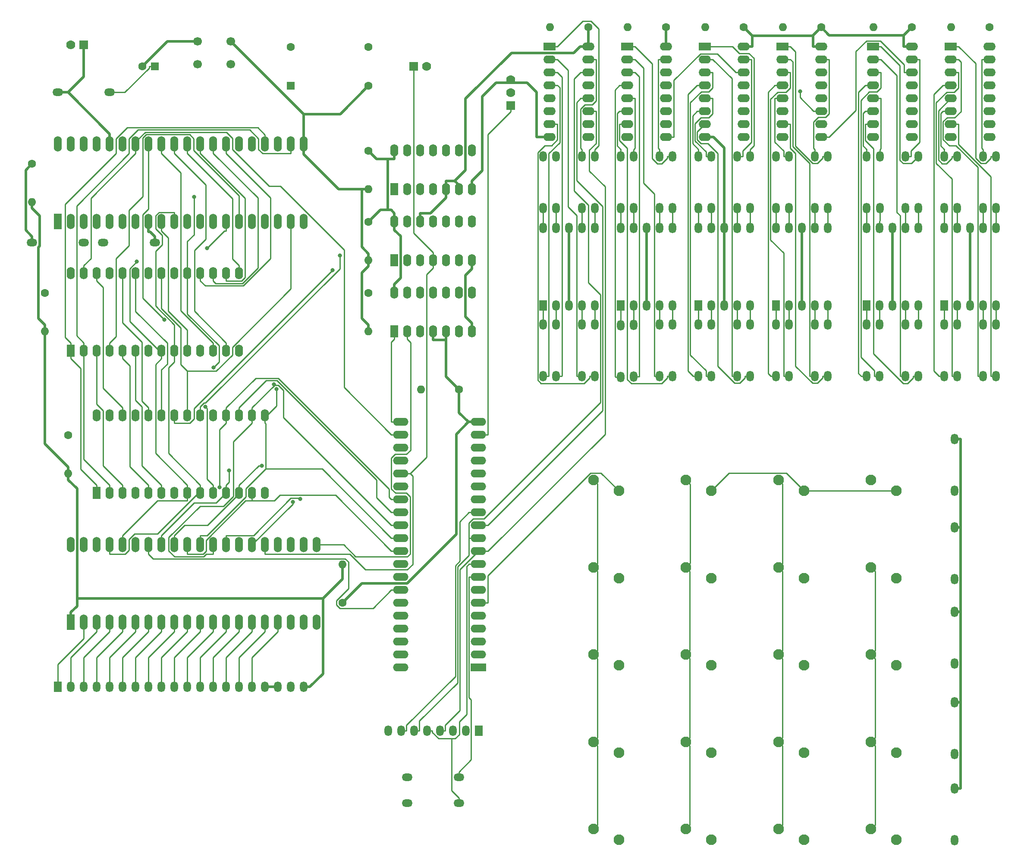
<source format=gtl>
%TF.GenerationSoftware,KiCad,Pcbnew,7.0.10*%
%TF.CreationDate,2024-02-09T21:03:48+13:00*%
%TF.ProjectId,Alius_6502,416c6975-735f-4363-9530-322e6b696361,rev?*%
%TF.SameCoordinates,Original*%
%TF.FileFunction,Copper,L1,Top*%
%TF.FilePolarity,Positive*%
%FSLAX46Y46*%
G04 Gerber Fmt 4.6, Leading zero omitted, Abs format (unit mm)*
G04 Created by KiCad (PCBNEW 7.0.10) date 2024-02-09 21:03:48*
%MOMM*%
%LPD*%
G01*
G04 APERTURE LIST*
%TA.AperFunction,ComponentPad*%
%ADD10C,1.600000*%
%TD*%
%TA.AperFunction,ComponentPad*%
%ADD11O,1.600000X1.600000*%
%TD*%
%TA.AperFunction,ComponentPad*%
%ADD12O,1.500000X2.100000*%
%TD*%
%TA.AperFunction,ComponentPad*%
%ADD13R,1.600000X1.600000*%
%TD*%
%TA.AperFunction,ComponentPad*%
%ADD14R,2.400000X1.600000*%
%TD*%
%TA.AperFunction,ComponentPad*%
%ADD15O,2.400000X1.600000*%
%TD*%
%TA.AperFunction,ComponentPad*%
%ADD16C,2.100000*%
%TD*%
%TA.AperFunction,ComponentPad*%
%ADD17R,1.600000X2.400000*%
%TD*%
%TA.AperFunction,ComponentPad*%
%ADD18O,1.600000X2.400000*%
%TD*%
%TA.AperFunction,ComponentPad*%
%ADD19O,2.100000X1.500000*%
%TD*%
%TA.AperFunction,ComponentPad*%
%ADD20R,1.778000X1.778000*%
%TD*%
%TA.AperFunction,ComponentPad*%
%ADD21C,1.778000*%
%TD*%
%TA.AperFunction,ComponentPad*%
%ADD22R,1.500000X2.100000*%
%TD*%
%TA.AperFunction,ComponentPad*%
%ADD23R,1.524000X3.048000*%
%TD*%
%TA.AperFunction,ComponentPad*%
%ADD24O,1.524000X3.048000*%
%TD*%
%TA.AperFunction,ComponentPad*%
%ADD25C,1.700000*%
%TD*%
%TA.AperFunction,ComponentPad*%
%ADD26R,3.048000X1.524000*%
%TD*%
%TA.AperFunction,ComponentPad*%
%ADD27O,3.048000X1.524000*%
%TD*%
%TA.AperFunction,ViaPad*%
%ADD28C,0.800000*%
%TD*%
%TA.AperFunction,Conductor*%
%ADD29C,0.250000*%
%TD*%
%TA.AperFunction,Conductor*%
%ADD30C,0.500000*%
%TD*%
G04 APERTURE END LIST*
D10*
%TO.P,C8,1*%
%TO.N,VCC*%
X30480000Y-77530000D03*
D11*
%TO.P,C8,2*%
%TO.N,GND*%
X30480000Y-85030000D03*
%TD*%
D12*
%TO.P,R44,1*%
%TO.N,Net-(U14-QA)*%
X214630000Y-50685000D03*
%TO.P,R44,2*%
%TO.N,Net-(LED6-A)*%
X214630000Y-60845000D03*
%TD*%
%TO.P,R41,1*%
%TO.N,Net-(U13-QF)*%
X194390000Y-50685000D03*
%TO.P,R41,2*%
%TO.N,Net-(LED5-F)*%
X194390000Y-60845000D03*
%TD*%
%TO.P,R14,1*%
%TO.N,Net-(U10-QC)*%
X151130000Y-93865000D03*
%TO.P,R14,2*%
%TO.N,Net-(LED2-C)*%
X151130000Y-83705000D03*
%TD*%
%TO.P,R31,1*%
%TO.N,Net-(U12-QD)*%
X176530000Y-93865000D03*
%TO.P,R31,2*%
%TO.N,Net-(LED4-D)*%
X176530000Y-83705000D03*
%TD*%
%TO.P,R27,1*%
%TO.N,Net-(U11-QH)*%
X168910000Y-93865000D03*
%TO.P,R27,2*%
%TO.N,Net-(LED3-DP)*%
X168910000Y-83705000D03*
%TD*%
D13*
%TO.P,C1,1*%
%TO.N,RESET_BTN*%
X52070000Y-33020000D03*
D10*
%TO.P,C1,2*%
%TO.N,GND*%
X49570000Y-33020000D03*
%TD*%
D14*
%TO.P,U14,1,QB*%
%TO.N,Net-(U14-QB)*%
X208280000Y-29095000D03*
D15*
%TO.P,U14,2,QC*%
%TO.N,Net-(U14-QC)*%
X208280000Y-31635000D03*
%TO.P,U14,3,QD*%
%TO.N,Net-(U14-QD)*%
X208280000Y-34175000D03*
%TO.P,U14,4,QE*%
%TO.N,Net-(U14-QE)*%
X208280000Y-36715000D03*
%TO.P,U14,5,QF*%
%TO.N,Net-(U14-QF)*%
X208280000Y-39255000D03*
%TO.P,U14,6,QG*%
%TO.N,Net-(U14-QG)*%
X208280000Y-41795000D03*
%TO.P,U14,7,QH*%
%TO.N,Net-(U14-QH)*%
X208280000Y-44335000D03*
%TO.P,U14,8,GND*%
%TO.N,GND*%
X208280000Y-46875000D03*
%TO.P,U14,9,QH'*%
%TO.N,unconnected-(U14-QH'-Pad9)*%
X215900000Y-46875000D03*
%TO.P,U14,10,~{SRCLR}*%
%TO.N,RESET*%
X215900000Y-44335000D03*
%TO.P,U14,11,SRCLK*%
%TO.N,SPI_CLK*%
X215900000Y-41795000D03*
%TO.P,U14,12,RCLK*%
%TO.N,7Seg_CS*%
X215900000Y-39255000D03*
%TO.P,U14,13,~{OE}*%
%TO.N,7seg_OE*%
X215900000Y-36715000D03*
%TO.P,U14,14,SER*%
%TO.N,Net-(U13-QH')*%
X215900000Y-34175000D03*
%TO.P,U14,15,QA*%
%TO.N,Net-(U14-QA)*%
X215900000Y-31635000D03*
%TO.P,U14,16,VCC*%
%TO.N,VCC*%
X215900000Y-29095000D03*
%TD*%
D12*
%TO.P,R39,1*%
%TO.N,Net-(U13-QD)*%
X194310000Y-93865000D03*
%TO.P,R39,2*%
%TO.N,Net-(LED5-D)*%
X194310000Y-83705000D03*
%TD*%
D16*
%TO.P,SW_C1,1,1*%
%TO.N,KeyRow5*%
X143129000Y-116390000D03*
%TO.P,SW_C1,2,2*%
%TO.N,KeyCol1*%
X138129000Y-114290000D03*
%TD*%
D17*
%TO.P,U3,1,1Y*%
%TO.N,ROM_CS*%
X99055000Y-57140000D03*
D18*
%TO.P,U3,2,1A*%
%TO.N,/A14*%
X101595000Y-57140000D03*
%TO.P,U3,3,1B*%
%TO.N,/A13*%
X104135000Y-57140000D03*
%TO.P,U3,4,2Y*%
%TO.N,unconnected-(U3-2Y-Pad4)*%
X106675000Y-57140000D03*
%TO.P,U3,5,2A*%
%TO.N,VCC*%
X109215000Y-57140000D03*
%TO.P,U3,6,2B*%
X111755000Y-57140000D03*
%TO.P,U3,7,GND*%
%TO.N,GND*%
X114295000Y-57140000D03*
%TO.P,U3,8,3A*%
%TO.N,RESET_BTN*%
X114295000Y-49520000D03*
%TO.P,U3,9,3B*%
X111755000Y-49520000D03*
%TO.P,U3,10,3Y*%
%TO.N,Net-(U3-3Y)*%
X109215000Y-49520000D03*
%TO.P,U3,11,4A*%
X106675000Y-49520000D03*
%TO.P,U3,12,4B*%
X104135000Y-49520000D03*
%TO.P,U3,13,4Y*%
%TO.N,RESET*%
X101595000Y-49520000D03*
%TO.P,U3,14,VCC*%
%TO.N,VCC*%
X99055000Y-49520000D03*
%TD*%
D12*
%TO.P,R54,1*%
%TO.N,KeyRow3*%
X209029000Y-150350000D03*
%TO.P,R54,2*%
%TO.N,GND*%
X209029000Y-140190000D03*
%TD*%
D16*
%TO.P,SW_4,1,1*%
%TO.N,KeyRow3*%
X143129000Y-150680000D03*
%TO.P,SW_4,2,2*%
%TO.N,KeyCol1*%
X138129000Y-148580000D03*
%TD*%
D12*
%TO.P,R4,1*%
%TO.N,Net-(U9-QA)*%
X135890000Y-50685000D03*
%TO.P,R4,2*%
%TO.N,Net-(LED1-A)*%
X135890000Y-60845000D03*
%TD*%
%TO.P,R34,1*%
%TO.N,Net-(U12-QG)*%
X173990000Y-50685000D03*
%TO.P,R34,2*%
%TO.N,Net-(LED4-G)*%
X173990000Y-60845000D03*
%TD*%
%TO.P,R46,1*%
%TO.N,Net-(U14-QC)*%
X214630000Y-93865000D03*
%TO.P,R46,2*%
%TO.N,Net-(LED6-C)*%
X214630000Y-83705000D03*
%TD*%
%TO.P,R28,1*%
%TO.N,Net-(U12-QA)*%
X181610000Y-50685000D03*
%TO.P,R28,2*%
%TO.N,Net-(LED4-A)*%
X181610000Y-60845000D03*
%TD*%
D14*
%TO.P,U13,1,QB*%
%TO.N,Net-(U13-QB)*%
X193040000Y-29095000D03*
D15*
%TO.P,U13,2,QC*%
%TO.N,Net-(U13-QC)*%
X193040000Y-31635000D03*
%TO.P,U13,3,QD*%
%TO.N,Net-(U13-QD)*%
X193040000Y-34175000D03*
%TO.P,U13,4,QE*%
%TO.N,Net-(U13-QE)*%
X193040000Y-36715000D03*
%TO.P,U13,5,QF*%
%TO.N,Net-(U13-QF)*%
X193040000Y-39255000D03*
%TO.P,U13,6,QG*%
%TO.N,Net-(U13-QG)*%
X193040000Y-41795000D03*
%TO.P,U13,7,QH*%
%TO.N,Net-(U13-QH)*%
X193040000Y-44335000D03*
%TO.P,U13,8,GND*%
%TO.N,GND*%
X193040000Y-46875000D03*
%TO.P,U13,9,QH'*%
%TO.N,Net-(U13-QH')*%
X200660000Y-46875000D03*
%TO.P,U13,10,~{SRCLR}*%
%TO.N,RESET*%
X200660000Y-44335000D03*
%TO.P,U13,11,SRCLK*%
%TO.N,SPI_CLK*%
X200660000Y-41795000D03*
%TO.P,U13,12,RCLK*%
%TO.N,7Seg_CS*%
X200660000Y-39255000D03*
%TO.P,U13,13,~{OE}*%
%TO.N,7seg_OE*%
X200660000Y-36715000D03*
%TO.P,U13,14,SER*%
%TO.N,Net-(U12-QH')*%
X200660000Y-34175000D03*
%TO.P,U13,15,QA*%
%TO.N,Net-(U13-QA)*%
X200660000Y-31635000D03*
%TO.P,U13,16,VCC*%
%TO.N,VCC*%
X200660000Y-29095000D03*
%TD*%
D12*
%TO.P,R19,1*%
%TO.N,Net-(U10-QH)*%
X153670000Y-93865000D03*
%TO.P,R19,2*%
%TO.N,Net-(LED2-DP)*%
X153670000Y-83705000D03*
%TD*%
D16*
%TO.P,SW_A1,1,1*%
%TO.N,KeyRow4*%
X179451000Y-133535000D03*
%TO.P,SW_A1,2,2*%
%TO.N,KeyCol3*%
X174451000Y-131435000D03*
%TD*%
D12*
%TO.P,R7,1*%
%TO.N,Net-(U9-QD)*%
X130810000Y-93865000D03*
%TO.P,R7,2*%
%TO.N,Net-(LED1-D)*%
X130810000Y-83705000D03*
%TD*%
D19*
%TO.P,R2,1*%
%TO.N,VCC*%
X52070000Y-67644900D03*
%TO.P,R2,2*%
%TO.N,Net-(U1-NMIB)*%
X41910000Y-67644900D03*
%TD*%
D12*
%TO.P,R23,1*%
%TO.N,Net-(U11-QD)*%
X161290000Y-93865000D03*
%TO.P,R23,2*%
%TO.N,Net-(LED3-D)*%
X161290000Y-83705000D03*
%TD*%
%TO.P,R9,1*%
%TO.N,Net-(U9-QF)*%
X130810000Y-50685000D03*
%TO.P,R9,2*%
%TO.N,Net-(LED1-F)*%
X130810000Y-60845000D03*
%TD*%
D10*
%TO.P,C12,1*%
%TO.N,VCC*%
X167580000Y-25285000D03*
D11*
%TO.P,C12,2*%
%TO.N,GND*%
X160080000Y-25285000D03*
%TD*%
D12*
%TO.P,R49,1*%
%TO.N,Net-(U14-QF)*%
X209550000Y-50685000D03*
%TO.P,R49,2*%
%TO.N,Net-(LED6-F)*%
X209550000Y-60845000D03*
%TD*%
%TO.P,R33,1*%
%TO.N,Net-(U12-QF)*%
X176530000Y-50685000D03*
%TO.P,R33,2*%
%TO.N,Net-(LED4-F)*%
X176530000Y-60845000D03*
%TD*%
%TO.P,R26,1*%
%TO.N,Net-(U11-QG)*%
X158750000Y-50685000D03*
%TO.P,R26,2*%
%TO.N,Net-(LED3-G)*%
X158750000Y-60845000D03*
%TD*%
D19*
%TO.P,R57,1*%
%TO.N,SPI_MISO*%
X111760000Y-177800000D03*
%TO.P,R57,2*%
%TO.N,VCC*%
X101600000Y-177800000D03*
%TD*%
D12*
%TO.P,R11,1*%
%TO.N,Net-(U9-QH)*%
X138430000Y-93865000D03*
%TO.P,R11,2*%
%TO.N,Net-(LED1-DP)*%
X138430000Y-83705000D03*
%TD*%
D20*
%TO.P,J3,1,Pin_1*%
%TO.N,VCC*%
X38081200Y-28774500D03*
D21*
%TO.P,J3,2,Pin_2*%
%TO.N,GND*%
X35541200Y-28774500D03*
%TD*%
D10*
%TO.P,C9,1*%
%TO.N,VCC*%
X27940000Y-52130000D03*
D11*
%TO.P,C9,2*%
%TO.N,GND*%
X27940000Y-59630000D03*
%TD*%
D10*
%TO.P,C15,1*%
%TO.N,VCC*%
X215840000Y-25285000D03*
D11*
%TO.P,C15,2*%
%TO.N,GND*%
X208340000Y-25285000D03*
%TD*%
D12*
%TO.P,R35,1*%
%TO.N,Net-(U12-QH)*%
X184150000Y-93865000D03*
%TO.P,R35,2*%
%TO.N,Net-(LED4-DP)*%
X184150000Y-83705000D03*
%TD*%
D17*
%TO.P,U5,1,1A*%
%TO.N,IRQ_A*%
X99055000Y-85080000D03*
D18*
%TO.P,U5,2,1B*%
%TO.N,IRQ_B*%
X101595000Y-85080000D03*
%TO.P,U5,3,NC*%
%TO.N,unconnected-(U5-NC-Pad3)*%
X104135000Y-85080000D03*
%TO.P,U5,4,1C*%
%TO.N,VCC*%
X106675000Y-85080000D03*
%TO.P,U5,5,1D*%
X109215000Y-85080000D03*
%TO.P,U5,6,1Y*%
%TO.N,IRQ*%
X111755000Y-85080000D03*
%TO.P,U5,7,GND*%
%TO.N,GND*%
X114295000Y-85080000D03*
%TO.P,U5,8,2Y*%
%TO.N,unconnected-(U5-2Y-Pad8)*%
X114295000Y-77460000D03*
%TO.P,U5,9,2A*%
%TO.N,VCC*%
X111755000Y-77460000D03*
%TO.P,U5,10,2B*%
X109215000Y-77460000D03*
%TO.P,U5,11,NC*%
%TO.N,unconnected-(U5-NC-Pad11)*%
X106675000Y-77460000D03*
%TO.P,U5,12,2C*%
%TO.N,VCC*%
X104135000Y-77460000D03*
%TO.P,U5,13,2D*%
X101595000Y-77460000D03*
%TO.P,U5,14,VCC*%
X99055000Y-77460000D03*
%TD*%
D16*
%TO.P,SW_E1,1,1*%
%TO.N,KeyRow5*%
X179451000Y-116390000D03*
%TO.P,SW_E1,2,2*%
%TO.N,KeyCol3*%
X174451000Y-114290000D03*
%TD*%
D12*
%TO.P,R51,1*%
%TO.N,Net-(U14-QH)*%
X217170000Y-93865000D03*
%TO.P,R51,2*%
%TO.N,Net-(LED6-DP)*%
X217170000Y-83705000D03*
%TD*%
%TO.P,R52,1*%
%TO.N,KeyRow5*%
X209029000Y-116365000D03*
%TO.P,R52,2*%
%TO.N,GND*%
X209029000Y-106205000D03*
%TD*%
%TO.P,R25,1*%
%TO.N,Net-(U11-QF)*%
X161290000Y-50685000D03*
%TO.P,R25,2*%
%TO.N,Net-(LED3-F)*%
X161290000Y-60845000D03*
%TD*%
%TO.P,R17,1*%
%TO.N,Net-(U10-QF)*%
X146050000Y-50685000D03*
%TO.P,R17,2*%
%TO.N,Net-(LED2-F)*%
X146050000Y-60845000D03*
%TD*%
%TO.P,R5,1*%
%TO.N,Net-(U9-QB)*%
X138430000Y-50685000D03*
%TO.P,R5,2*%
%TO.N,Net-(LED1-B)*%
X138430000Y-60845000D03*
%TD*%
D19*
%TO.P,R58,1*%
%TO.N,VCC*%
X101600000Y-172720000D03*
%TO.P,R58,2*%
%TO.N,SD_Detect*%
X111760000Y-172720000D03*
%TD*%
D12*
%TO.P,R20,1*%
%TO.N,Net-(U11-QA)*%
X166370000Y-50685000D03*
%TO.P,R20,2*%
%TO.N,Net-(LED3-A)*%
X166370000Y-60845000D03*
%TD*%
D20*
%TO.P,J1,1,Pin_1*%
%TO.N,CLOCK*%
X102870000Y-33020000D03*
D21*
%TO.P,J1,2,Pin_2*%
%TO.N,Net-(J1-Pin_2)*%
X105410000Y-33020000D03*
%TD*%
D10*
%TO.P,C13,1*%
%TO.N,VCC*%
X182820000Y-25285000D03*
D11*
%TO.P,C13,2*%
%TO.N,GND*%
X175320000Y-25285000D03*
%TD*%
D17*
%TO.P,U4,1,A14*%
%TO.N,/A14*%
X40650000Y-116820000D03*
D18*
%TO.P,U4,2,A12*%
%TO.N,/A12*%
X43190000Y-116820000D03*
%TO.P,U4,3,A7*%
%TO.N,/A7*%
X45730000Y-116820000D03*
%TO.P,U4,4,A6*%
%TO.N,/A6*%
X48270000Y-116820000D03*
%TO.P,U4,5,A5*%
%TO.N,/A5*%
X50810000Y-116820000D03*
%TO.P,U4,6,A4*%
%TO.N,/A4*%
X53350000Y-116820000D03*
%TO.P,U4,7,A3*%
%TO.N,/A3*%
X55890000Y-116820000D03*
%TO.P,U4,8,A2*%
%TO.N,/A2*%
X58430000Y-116820000D03*
%TO.P,U4,9,A1*%
%TO.N,/A1*%
X60970000Y-116820000D03*
%TO.P,U4,10,A0*%
%TO.N,/A0*%
X63510000Y-116820000D03*
%TO.P,U4,11,D0*%
%TO.N,/D0*%
X66050000Y-116820000D03*
%TO.P,U4,12,D1*%
%TO.N,/D1*%
X68590000Y-116820000D03*
%TO.P,U4,13,D2*%
%TO.N,/D2*%
X71130000Y-116820000D03*
%TO.P,U4,14,GND*%
%TO.N,GND*%
X73670000Y-116820000D03*
%TO.P,U4,15,D3*%
%TO.N,/D3*%
X73670000Y-101580000D03*
%TO.P,U4,16,D4*%
%TO.N,/D4*%
X71130000Y-101580000D03*
%TO.P,U4,17,D5*%
%TO.N,/D5*%
X68590000Y-101580000D03*
%TO.P,U4,18,D6*%
%TO.N,/D6*%
X66050000Y-101580000D03*
%TO.P,U4,19,D7*%
%TO.N,/D7*%
X63510000Y-101580000D03*
%TO.P,U4,20,~{CS}*%
%TO.N,ROM_CS*%
X60970000Y-101580000D03*
%TO.P,U4,21,A10*%
%TO.N,/A10*%
X58430000Y-101580000D03*
%TO.P,U4,22,~{OE}*%
%TO.N,ROM_OE*%
X55890000Y-101580000D03*
%TO.P,U4,23,A11*%
%TO.N,/A11*%
X53350000Y-101580000D03*
%TO.P,U4,24,A9*%
%TO.N,/A9*%
X50810000Y-101580000D03*
%TO.P,U4,25,A8*%
%TO.N,/A8*%
X48270000Y-101580000D03*
%TO.P,U4,26,A13*%
%TO.N,/A13*%
X45730000Y-101580000D03*
%TO.P,U4,27,~{WE}*%
%TO.N,VCC*%
X43190000Y-101580000D03*
%TO.P,U4,28,VCC*%
X40650000Y-101580000D03*
%TD*%
D16*
%TO.P,SW_ENT1,1,1*%
%TO.N,KeyRow1*%
X197612000Y-184970000D03*
%TO.P,SW_ENT1,2,2*%
%TO.N,KeyCol4*%
X192612000Y-182870000D03*
%TD*%
D22*
%TO.P,J4,1,Pin_1*%
%TO.N,VCC*%
X115611141Y-163510000D03*
D12*
%TO.P,J4,2,Pin_2*%
%TO.N,unconnected-(J4-Pin_2-Pad2)*%
X113071141Y-163510000D03*
%TO.P,J4,3,Pin_3*%
%TO.N,GND*%
X110531141Y-163510000D03*
%TO.P,J4,4,Pin_4*%
%TO.N,SPI_CLK*%
X107991141Y-163510000D03*
%TO.P,J4,5,Pin_5*%
%TO.N,SPI_MISO*%
X105451141Y-163510000D03*
%TO.P,J4,6,Pin_6*%
%TO.N,SPI_MOSI*%
X102911141Y-163510000D03*
%TO.P,J4,7,Pin_7*%
%TO.N,SD_Card_CS*%
X100371141Y-163510000D03*
%TO.P,J4,8,Pin_8*%
%TO.N,SD_Detect*%
X97831141Y-163510000D03*
%TD*%
%TO.P,R12,1*%
%TO.N,Net-(U10-QA)*%
X151130000Y-50685000D03*
%TO.P,R12,2*%
%TO.N,Net-(LED2-A)*%
X151130000Y-60845000D03*
%TD*%
D14*
%TO.P,U9,1,QB*%
%TO.N,Net-(U9-QB)*%
X129540000Y-29095000D03*
D15*
%TO.P,U9,2,QC*%
%TO.N,Net-(U9-QC)*%
X129540000Y-31635000D03*
%TO.P,U9,3,QD*%
%TO.N,Net-(U9-QD)*%
X129540000Y-34175000D03*
%TO.P,U9,4,QE*%
%TO.N,Net-(U9-QE)*%
X129540000Y-36715000D03*
%TO.P,U9,5,QF*%
%TO.N,Net-(U9-QF)*%
X129540000Y-39255000D03*
%TO.P,U9,6,QG*%
%TO.N,Net-(U9-QG)*%
X129540000Y-41795000D03*
%TO.P,U9,7,QH*%
%TO.N,Net-(U9-QH)*%
X129540000Y-44335000D03*
%TO.P,U9,8,GND*%
%TO.N,GND*%
X129540000Y-46875000D03*
%TO.P,U9,9,QH'*%
%TO.N,Net-(U10-SER)*%
X137160000Y-46875000D03*
%TO.P,U9,10,~{SRCLR}*%
%TO.N,RESET*%
X137160000Y-44335000D03*
%TO.P,U9,11,SRCLK*%
%TO.N,SPI_CLK*%
X137160000Y-41795000D03*
%TO.P,U9,12,RCLK*%
%TO.N,7Seg_CS*%
X137160000Y-39255000D03*
%TO.P,U9,13,~{OE}*%
%TO.N,7seg_OE*%
X137160000Y-36715000D03*
%TO.P,U9,14,SER*%
%TO.N,SPI_MOSI*%
X137160000Y-34175000D03*
%TO.P,U9,15,QA*%
%TO.N,Net-(U9-QA)*%
X137160000Y-31635000D03*
%TO.P,U9,16,VCC*%
%TO.N,VCC*%
X137160000Y-29095000D03*
%TD*%
D12*
%TO.P,R48,1*%
%TO.N,Net-(U14-QE)*%
X207010000Y-93865000D03*
%TO.P,R48,2*%
%TO.N,Net-(LED6-E)*%
X207010000Y-83705000D03*
%TD*%
D10*
%TO.P,C6,1*%
%TO.N,VCC*%
X93975000Y-49580000D03*
D11*
%TO.P,C6,2*%
%TO.N,GND*%
X93975000Y-57080000D03*
%TD*%
D20*
%TO.P,Display,1,1*%
%TO.N,DisplayPWM*%
X121869200Y-40665400D03*
D21*
%TO.P,Display,2,2*%
%TO.N,7seg_OE*%
X121869200Y-38125400D03*
%TO.P,Display,3,3*%
%TO.N,GND*%
X121869200Y-35585400D03*
%TD*%
D12*
%TO.P,R36,1*%
%TO.N,Net-(U13-QA)*%
X199390000Y-50685000D03*
%TO.P,R36,2*%
%TO.N,Net-(LED5-A)*%
X199390000Y-60845000D03*
%TD*%
%TO.P,R18,1*%
%TO.N,Net-(U10-QG)*%
X143510000Y-50685000D03*
%TO.P,R18,2*%
%TO.N,Net-(LED2-G)*%
X143510000Y-60845000D03*
%TD*%
%TO.P,R47,1*%
%TO.N,Net-(U14-QD)*%
X209550000Y-93865000D03*
%TO.P,R47,2*%
%TO.N,Net-(LED6-D)*%
X209550000Y-83705000D03*
%TD*%
%TO.P,R50,1*%
%TO.N,Net-(U14-QG)*%
X207010000Y-50685000D03*
%TO.P,R50,2*%
%TO.N,Net-(LED6-G)*%
X207010000Y-60845000D03*
%TD*%
D22*
%TO.P,LED3,1,E*%
%TO.N,Net-(LED3-E)*%
X158750000Y-80010000D03*
D12*
%TO.P,LED3,2,D*%
%TO.N,Net-(LED3-D)*%
X161290000Y-80010000D03*
%TO.P,LED3,3,COMC1*%
%TO.N,GND*%
X163830000Y-80010000D03*
%TO.P,LED3,4,C*%
%TO.N,Net-(LED3-C)*%
X166370000Y-80010000D03*
%TO.P,LED3,5,DP*%
%TO.N,Net-(LED3-DP)*%
X168910000Y-80010000D03*
%TO.P,LED3,6,B*%
%TO.N,Net-(LED3-B)*%
X168910000Y-64770000D03*
%TO.P,LED3,7,A*%
%TO.N,Net-(LED3-A)*%
X166370000Y-64770000D03*
%TO.P,LED3,8,COMC2*%
%TO.N,GND*%
X163830000Y-64770000D03*
%TO.P,LED3,9,F*%
%TO.N,Net-(LED3-F)*%
X161290000Y-64770000D03*
%TO.P,LED3,10,G*%
%TO.N,Net-(LED3-G)*%
X158750000Y-64770000D03*
%TD*%
%TO.P,R16,1*%
%TO.N,Net-(U10-QE)*%
X143510000Y-94035000D03*
%TO.P,R16,2*%
%TO.N,Net-(LED2-E)*%
X143510000Y-83875000D03*
%TD*%
D14*
%TO.P,U10,1,QB*%
%TO.N,Net-(U10-QB)*%
X144780000Y-29095000D03*
D15*
%TO.P,U10,2,QC*%
%TO.N,Net-(U10-QC)*%
X144780000Y-31635000D03*
%TO.P,U10,3,QD*%
%TO.N,Net-(U10-QD)*%
X144780000Y-34175000D03*
%TO.P,U10,4,QE*%
%TO.N,Net-(U10-QE)*%
X144780000Y-36715000D03*
%TO.P,U10,5,QF*%
%TO.N,Net-(U10-QF)*%
X144780000Y-39255000D03*
%TO.P,U10,6,QG*%
%TO.N,Net-(U10-QG)*%
X144780000Y-41795000D03*
%TO.P,U10,7,QH*%
%TO.N,Net-(U10-QH)*%
X144780000Y-44335000D03*
%TO.P,U10,8,GND*%
%TO.N,GND*%
X144780000Y-46875000D03*
%TO.P,U10,9,QH'*%
%TO.N,Net-(U10-QH')*%
X152400000Y-46875000D03*
%TO.P,U10,10,~{SRCLR}*%
%TO.N,RESET*%
X152400000Y-44335000D03*
%TO.P,U10,11,SRCLK*%
%TO.N,SPI_CLK*%
X152400000Y-41795000D03*
%TO.P,U10,12,RCLK*%
%TO.N,7Seg_CS*%
X152400000Y-39255000D03*
%TO.P,U10,13,~{OE}*%
%TO.N,7seg_OE*%
X152400000Y-36715000D03*
%TO.P,U10,14,SER*%
%TO.N,Net-(U10-SER)*%
X152400000Y-34175000D03*
%TO.P,U10,15,QA*%
%TO.N,Net-(U10-QA)*%
X152400000Y-31635000D03*
%TO.P,U10,16,VCC*%
%TO.N,VCC*%
X152400000Y-29095000D03*
%TD*%
D14*
%TO.P,U11,1,QB*%
%TO.N,Net-(U11-QB)*%
X160020000Y-29095000D03*
D15*
%TO.P,U11,2,QC*%
%TO.N,Net-(U11-QC)*%
X160020000Y-31635000D03*
%TO.P,U11,3,QD*%
%TO.N,Net-(U11-QD)*%
X160020000Y-34175000D03*
%TO.P,U11,4,QE*%
%TO.N,Net-(U11-QE)*%
X160020000Y-36715000D03*
%TO.P,U11,5,QF*%
%TO.N,Net-(U11-QF)*%
X160020000Y-39255000D03*
%TO.P,U11,6,QG*%
%TO.N,Net-(U11-QG)*%
X160020000Y-41795000D03*
%TO.P,U11,7,QH*%
%TO.N,Net-(U11-QH)*%
X160020000Y-44335000D03*
%TO.P,U11,8,GND*%
%TO.N,GND*%
X160020000Y-46875000D03*
%TO.P,U11,9,QH'*%
%TO.N,Net-(U11-QH')*%
X167640000Y-46875000D03*
%TO.P,U11,10,~{SRCLR}*%
%TO.N,RESET*%
X167640000Y-44335000D03*
%TO.P,U11,11,SRCLK*%
%TO.N,SPI_CLK*%
X167640000Y-41795000D03*
%TO.P,U11,12,RCLK*%
%TO.N,7Seg_CS*%
X167640000Y-39255000D03*
%TO.P,U11,13,~{OE}*%
%TO.N,7seg_OE*%
X167640000Y-36715000D03*
%TO.P,U11,14,SER*%
%TO.N,Net-(U10-QH')*%
X167640000Y-34175000D03*
%TO.P,U11,15,QA*%
%TO.N,Net-(U11-QA)*%
X167640000Y-31635000D03*
%TO.P,U11,16,VCC*%
%TO.N,VCC*%
X167640000Y-29095000D03*
%TD*%
D17*
%TO.P,U6,1,A14*%
%TO.N,/A14*%
X35570000Y-88880000D03*
D18*
%TO.P,U6,2,A12*%
%TO.N,/A12*%
X38110000Y-88880000D03*
%TO.P,U6,3,A7*%
%TO.N,/A7*%
X40650000Y-88880000D03*
%TO.P,U6,4,A6*%
%TO.N,/A6*%
X43190000Y-88880000D03*
%TO.P,U6,5,A5*%
%TO.N,/A5*%
X45730000Y-88880000D03*
%TO.P,U6,6,A4*%
%TO.N,/A4*%
X48270000Y-88880000D03*
%TO.P,U6,7,A3*%
%TO.N,/A3*%
X50810000Y-88880000D03*
%TO.P,U6,8,A2*%
%TO.N,/A2*%
X53350000Y-88880000D03*
%TO.P,U6,9,A1*%
%TO.N,/A1*%
X55890000Y-88880000D03*
%TO.P,U6,10,A0*%
%TO.N,/A0*%
X58430000Y-88880000D03*
%TO.P,U6,11,D0*%
%TO.N,/D0*%
X60970000Y-88880000D03*
%TO.P,U6,12,D1*%
%TO.N,/D1*%
X63510000Y-88880000D03*
%TO.P,U6,13,D2*%
%TO.N,/D2*%
X66050000Y-88880000D03*
%TO.P,U6,14,GND*%
%TO.N,GND*%
X68590000Y-88880000D03*
%TO.P,U6,15,D3*%
%TO.N,/D3*%
X68590000Y-73640000D03*
%TO.P,U6,16,D4*%
%TO.N,/D4*%
X66050000Y-73640000D03*
%TO.P,U6,17,D5*%
%TO.N,/D5*%
X63510000Y-73640000D03*
%TO.P,U6,18,D6*%
%TO.N,/D6*%
X60970000Y-73640000D03*
%TO.P,U6,19,D7*%
%TO.N,/D7*%
X58430000Y-73640000D03*
%TO.P,U6,20,~{CS}*%
%TO.N,RAM_OE*%
X55890000Y-73640000D03*
%TO.P,U6,21,A10*%
%TO.N,/A10*%
X53350000Y-73640000D03*
%TO.P,U6,22,~{OE}*%
%TO.N,RAM_OE*%
X50810000Y-73640000D03*
%TO.P,U6,23,A11*%
%TO.N,/A11*%
X48270000Y-73640000D03*
%TO.P,U6,24,A9*%
%TO.N,/A9*%
X45730000Y-73640000D03*
%TO.P,U6,25,A8*%
%TO.N,/A8*%
X43190000Y-73640000D03*
%TO.P,U6,26,A13*%
%TO.N,/A13*%
X40650000Y-73640000D03*
%TO.P,U6,27,~{WE}*%
%TO.N,RW*%
X38110000Y-73640000D03*
%TO.P,U6,28,VCC*%
%TO.N,VCC*%
X35570000Y-73640000D03*
%TD*%
D16*
%TO.P,SW_6,1,1*%
%TO.N,KeyRow3*%
X179451000Y-150680000D03*
%TO.P,SW_6,2,2*%
%TO.N,KeyCol3*%
X174451000Y-148580000D03*
%TD*%
D12*
%TO.P,R21,1*%
%TO.N,Net-(U11-QB)*%
X168910000Y-50685000D03*
%TO.P,R21,2*%
%TO.N,Net-(LED3-B)*%
X168910000Y-60845000D03*
%TD*%
D17*
%TO.P,U2,1,1A*%
%TO.N,/A15*%
X99055000Y-71110000D03*
D18*
%TO.P,U2,2,1B*%
X101595000Y-71110000D03*
%TO.P,U2,3,1Y*%
%TO.N,ROM_OE*%
X104135000Y-71110000D03*
%TO.P,U2,4,2A*%
%TO.N,CLOCK*%
X106675000Y-71110000D03*
%TO.P,U2,5,2B*%
%TO.N,ROM_OE*%
X109215000Y-71110000D03*
%TO.P,U2,6,2Y*%
%TO.N,RAM_OE*%
X111755000Y-71110000D03*
%TO.P,U2,7,GND*%
%TO.N,GND*%
X114295000Y-71110000D03*
%TO.P,U2,8,3Y*%
%TO.N,IO_CS*%
X114295000Y-63490000D03*
%TO.P,U2,9,3A*%
%TO.N,/A15*%
X111755000Y-63490000D03*
%TO.P,U2,10,3B*%
%TO.N,ROM_CS*%
X109215000Y-63490000D03*
%TO.P,U2,11,4Y*%
%TO.N,unconnected-(U2-4Y-Pad11)*%
X106675000Y-63490000D03*
%TO.P,U2,12,4A*%
%TO.N,VCC*%
X104135000Y-63490000D03*
%TO.P,U2,13,4B*%
X101595000Y-63490000D03*
%TO.P,U2,14,VCC*%
X99055000Y-63490000D03*
%TD*%
D12*
%TO.P,R22,1*%
%TO.N,Net-(U11-QC)*%
X166370000Y-93865000D03*
%TO.P,R22,2*%
%TO.N,Net-(LED3-C)*%
X166370000Y-83705000D03*
%TD*%
D23*
%TO.P,U7,1,GND*%
%TO.N,GND*%
X35560000Y-142240000D03*
D24*
%TO.P,U7,2,PA0*%
%TO.N,Net-(J2-Pin_1)*%
X38100000Y-142240000D03*
%TO.P,U7,3,PA1*%
%TO.N,Net-(J2-Pin_2)*%
X40640000Y-142240000D03*
%TO.P,U7,4,PA2*%
%TO.N,Net-(J2-Pin_3)*%
X43180000Y-142240000D03*
%TO.P,U7,5,PA3*%
%TO.N,Net-(J2-Pin_4)*%
X45720000Y-142240000D03*
%TO.P,U7,6,PA4*%
%TO.N,Net-(J2-Pin_5)*%
X48260000Y-142240000D03*
%TO.P,U7,7,PA5*%
%TO.N,Net-(J2-Pin_6)*%
X50800000Y-142240000D03*
%TO.P,U7,8,PA6*%
%TO.N,Net-(J2-Pin_7)*%
X53340000Y-142240000D03*
%TO.P,U7,9,PA7*%
%TO.N,Net-(J2-Pin_8)*%
X55880000Y-142240000D03*
%TO.P,U7,10,PB0*%
%TO.N,Net-(J2-Pin_9)*%
X58420000Y-142240000D03*
%TO.P,U7,11,PB1*%
%TO.N,Net-(J2-Pin_10)*%
X60960000Y-142240000D03*
%TO.P,U7,12,PB2*%
%TO.N,Net-(J2-Pin_11)*%
X63500000Y-142240000D03*
%TO.P,U7,13,PB3*%
%TO.N,Net-(J2-Pin_12)*%
X66040000Y-142240000D03*
%TO.P,U7,14,PB4*%
%TO.N,Net-(J2-Pin_13)*%
X68580000Y-142240000D03*
%TO.P,U7,15,PB5*%
%TO.N,Net-(J2-Pin_14)*%
X71120000Y-142240000D03*
%TO.P,U7,16,PB6*%
%TO.N,Net-(J2-Pin_15)*%
X73660000Y-142240000D03*
%TO.P,U7,17,PB7*%
%TO.N,Net-(J2-Pin_16)*%
X76200000Y-142240000D03*
%TO.P,U7,18,CB1*%
%TO.N,unconnected-(U7-CB1-Pad18)*%
X78740000Y-142240000D03*
%TO.P,U7,19,CB2*%
%TO.N,unconnected-(U7-CB2-Pad19)*%
X81280000Y-142240000D03*
%TO.P,U7,20,VCC*%
%TO.N,VCC*%
X83820000Y-142240000D03*
%TO.P,U7,21,IRQB*%
%TO.N,IRQ_B*%
X83820000Y-127000000D03*
%TO.P,U7,22,RWB*%
%TO.N,RW*%
X81280000Y-127000000D03*
%TO.P,U7,23,CS2B*%
%TO.N,IO_CS*%
X78740000Y-127000000D03*
%TO.P,U7,24,CS1*%
%TO.N,/A5*%
X76200000Y-127000000D03*
%TO.P,U7,25,PHI2*%
%TO.N,CLOCK*%
X73660000Y-127000000D03*
%TO.P,U7,26,D7*%
%TO.N,/D7*%
X71120000Y-127000000D03*
%TO.P,U7,27,D6*%
%TO.N,/D6*%
X68580000Y-127000000D03*
%TO.P,U7,28,D5*%
%TO.N,/D5*%
X66040000Y-127000000D03*
%TO.P,U7,29,D4*%
%TO.N,/D4*%
X63500000Y-127000000D03*
%TO.P,U7,30,D3*%
%TO.N,/D3*%
X60960000Y-127000000D03*
%TO.P,U7,31,D2*%
%TO.N,/D2*%
X58420000Y-127000000D03*
%TO.P,U7,32,D1*%
%TO.N,/D1*%
X55880000Y-127000000D03*
%TO.P,U7,33,D0*%
%TO.N,/D0*%
X53340000Y-127000000D03*
%TO.P,U7,34,RESB*%
%TO.N,RESET*%
X50800000Y-127000000D03*
%TO.P,U7,35,RS3*%
%TO.N,/A3*%
X48260000Y-127000000D03*
%TO.P,U7,36,RS2*%
%TO.N,/A2*%
X45720000Y-127000000D03*
%TO.P,U7,37,RS1*%
%TO.N,/A1*%
X43180000Y-127000000D03*
%TO.P,U7,38,RS0*%
%TO.N,/A0*%
X40640000Y-127000000D03*
%TO.P,U7,39,CA2*%
%TO.N,unconnected-(U7-CA2-Pad39)*%
X38100000Y-127000000D03*
%TO.P,U7,40,CA1*%
%TO.N,unconnected-(U7-CA1-Pad40)*%
X35560000Y-127000000D03*
%TD*%
D10*
%TO.P,C5,1*%
%TO.N,VCC*%
X111760000Y-96520000D03*
D11*
%TO.P,C5,2*%
%TO.N,GND*%
X104260000Y-96520000D03*
%TD*%
D12*
%TO.P,R13,1*%
%TO.N,Net-(U10-QB)*%
X153670000Y-50685000D03*
%TO.P,R13,2*%
%TO.N,Net-(LED2-B)*%
X153670000Y-60845000D03*
%TD*%
D16*
%TO.P,SW_2,1,1*%
%TO.N,KeyRow2*%
X179451000Y-167825000D03*
%TO.P,SW_2,2,2*%
%TO.N,KeyCol3*%
X174451000Y-165725000D03*
%TD*%
D12*
%TO.P,R43,1*%
%TO.N,Net-(U13-QH)*%
X201930000Y-93865000D03*
%TO.P,R43,2*%
%TO.N,Net-(LED5-DP)*%
X201930000Y-83705000D03*
%TD*%
D16*
%TO.P,SW_8,1,1*%
%TO.N,KeyRow4*%
X143129000Y-133535000D03*
%TO.P,SW_8,2,2*%
%TO.N,KeyCol1*%
X138129000Y-131435000D03*
%TD*%
%TO.P,SW_5,1,1*%
%TO.N,KeyRow3*%
X161290000Y-150680000D03*
%TO.P,SW_5,2,2*%
%TO.N,KeyCol2*%
X156290000Y-148580000D03*
%TD*%
D19*
%TO.P,R3,1*%
%TO.N,VCC*%
X33020000Y-38100000D03*
%TO.P,R3,2*%
%TO.N,RESET_BTN*%
X43180000Y-38100000D03*
%TD*%
D10*
%TO.P,C14,1*%
%TO.N,VCC*%
X200600000Y-25285000D03*
D11*
%TO.P,C14,2*%
%TO.N,GND*%
X193100000Y-25285000D03*
%TD*%
D10*
%TO.P,C11,1*%
%TO.N,VCC*%
X152340000Y-25285000D03*
D11*
%TO.P,C11,2*%
%TO.N,GND*%
X144840000Y-25285000D03*
%TD*%
D22*
%TO.P,LED6,1,E*%
%TO.N,Net-(LED6-E)*%
X207010000Y-80010000D03*
D12*
%TO.P,LED6,2,D*%
%TO.N,Net-(LED6-D)*%
X209550000Y-80010000D03*
%TO.P,LED6,3,COMC1*%
%TO.N,GND*%
X212090000Y-80010000D03*
%TO.P,LED6,4,C*%
%TO.N,Net-(LED6-C)*%
X214630000Y-80010000D03*
%TO.P,LED6,5,DP*%
%TO.N,Net-(LED6-DP)*%
X217170000Y-80010000D03*
%TO.P,LED6,6,B*%
%TO.N,Net-(LED6-B)*%
X217170000Y-64770000D03*
%TO.P,LED6,7,A*%
%TO.N,Net-(LED6-A)*%
X214630000Y-64770000D03*
%TO.P,LED6,8,COMC2*%
%TO.N,GND*%
X212090000Y-64770000D03*
%TO.P,LED6,9,F*%
%TO.N,Net-(LED6-F)*%
X209550000Y-64770000D03*
%TO.P,LED6,10,G*%
%TO.N,Net-(LED6-G)*%
X207010000Y-64770000D03*
%TD*%
%TO.P,R53,1*%
%TO.N,KeyRow4*%
X209029000Y-133705000D03*
%TO.P,R53,2*%
%TO.N,GND*%
X209029000Y-123545000D03*
%TD*%
%TO.P,R40,1*%
%TO.N,Net-(U13-QE)*%
X191770000Y-93865000D03*
%TO.P,R40,2*%
%TO.N,Net-(LED5-E)*%
X191770000Y-83705000D03*
%TD*%
%TO.P,R29,1*%
%TO.N,Net-(U12-QB)*%
X184150000Y-50685000D03*
%TO.P,R29,2*%
%TO.N,Net-(LED4-B)*%
X184150000Y-60845000D03*
%TD*%
D14*
%TO.P,U12,1,QB*%
%TO.N,Net-(U12-QB)*%
X175260000Y-29095000D03*
D15*
%TO.P,U12,2,QC*%
%TO.N,Net-(U12-QC)*%
X175260000Y-31635000D03*
%TO.P,U12,3,QD*%
%TO.N,Net-(U12-QD)*%
X175260000Y-34175000D03*
%TO.P,U12,4,QE*%
%TO.N,Net-(U12-QE)*%
X175260000Y-36715000D03*
%TO.P,U12,5,QF*%
%TO.N,Net-(U12-QF)*%
X175260000Y-39255000D03*
%TO.P,U12,6,QG*%
%TO.N,Net-(U12-QG)*%
X175260000Y-41795000D03*
%TO.P,U12,7,QH*%
%TO.N,Net-(U12-QH)*%
X175260000Y-44335000D03*
%TO.P,U12,8,GND*%
%TO.N,GND*%
X175260000Y-46875000D03*
%TO.P,U12,9,QH'*%
%TO.N,Net-(U12-QH')*%
X182880000Y-46875000D03*
%TO.P,U12,10,~{SRCLR}*%
%TO.N,RESET*%
X182880000Y-44335000D03*
%TO.P,U12,11,SRCLK*%
%TO.N,SPI_CLK*%
X182880000Y-41795000D03*
%TO.P,U12,12,RCLK*%
%TO.N,7Seg_CS*%
X182880000Y-39255000D03*
%TO.P,U12,13,~{OE}*%
%TO.N,7seg_OE*%
X182880000Y-36715000D03*
%TO.P,U12,14,SER*%
%TO.N,Net-(U11-QH')*%
X182880000Y-34175000D03*
%TO.P,U12,15,QA*%
%TO.N,Net-(U12-QA)*%
X182880000Y-31635000D03*
%TO.P,U12,16,VCC*%
%TO.N,VCC*%
X182880000Y-29095000D03*
%TD*%
D16*
%TO.P,SW_1,1,1*%
%TO.N,KeyRow2*%
X161290000Y-167825000D03*
%TO.P,SW_1,2,2*%
%TO.N,KeyCol2*%
X156290000Y-165725000D03*
%TD*%
%TO.P,SW_W1,1,1*%
%TO.N,KeyRow1*%
X161290000Y-184970000D03*
%TO.P,SW_W1,2,2*%
%TO.N,KeyCol2*%
X156290000Y-182870000D03*
%TD*%
D13*
%TO.P,X1,1,NC*%
%TO.N,unconnected-(X1-NC-Pad1)*%
X78740000Y-36830000D03*
D10*
%TO.P,X1,7,GND*%
%TO.N,GND*%
X93980000Y-36830000D03*
%TO.P,X1,8,OUT*%
%TO.N,Net-(J1-Pin_2)*%
X93980000Y-29210000D03*
%TO.P,X1,14,Vcc*%
%TO.N,VCC*%
X78740000Y-29210000D03*
%TD*%
D12*
%TO.P,R6,1*%
%TO.N,Net-(U9-QC)*%
X135890000Y-93865000D03*
%TO.P,R6,2*%
%TO.N,Net-(LED1-C)*%
X135890000Y-83705000D03*
%TD*%
D25*
%TO.P,SW1,1,1*%
%TO.N,GND*%
X60454120Y-28073406D03*
X66954120Y-28073406D03*
%TO.P,SW1,2,2*%
%TO.N,RESET_BTN*%
X60454120Y-32573406D03*
X66954120Y-32573406D03*
%TD*%
D16*
%TO.P,SW_9,1,1*%
%TO.N,KeyRow4*%
X161290000Y-133535000D03*
%TO.P,SW_9,2,2*%
%TO.N,KeyCol2*%
X156290000Y-131435000D03*
%TD*%
D12*
%TO.P,R8,1*%
%TO.N,Net-(U9-QE)*%
X128270000Y-93865000D03*
%TO.P,R8,2*%
%TO.N,Net-(LED1-E)*%
X128270000Y-83705000D03*
%TD*%
%TO.P,R45,1*%
%TO.N,Net-(U14-QB)*%
X217170000Y-50685000D03*
%TO.P,R45,2*%
%TO.N,Net-(LED6-B)*%
X217170000Y-60845000D03*
%TD*%
%TO.P,R15,1*%
%TO.N,Net-(U10-QD)*%
X146050000Y-93950000D03*
%TO.P,R15,2*%
%TO.N,Net-(LED2-D)*%
X146050000Y-83790000D03*
%TD*%
D16*
%TO.P,SW_R1,1,1*%
%TO.N,KeyRow1*%
X143129000Y-184970000D03*
%TO.P,SW_R1,2,2*%
%TO.N,KeyCol1*%
X138129000Y-182870000D03*
%TD*%
D19*
%TO.P,R1,1*%
%TO.N,VCC*%
X27940000Y-67642200D03*
%TO.P,R1,2*%
%TO.N,Net-(U1-RDY)*%
X38100000Y-67642200D03*
%TD*%
D16*
%TO.P,SW_F1,1,1*%
%TO.N,KeyRow5*%
X197612000Y-116390000D03*
%TO.P,SW_F1,2,2*%
%TO.N,KeyCol4*%
X192612000Y-114290000D03*
%TD*%
D12*
%TO.P,R32,1*%
%TO.N,Net-(U12-QE)*%
X173990000Y-93865000D03*
%TO.P,R32,2*%
%TO.N,Net-(LED4-E)*%
X173990000Y-83705000D03*
%TD*%
%TO.P,R56,1*%
%TO.N,KeyRow1*%
X209029000Y-185030000D03*
%TO.P,R56,2*%
%TO.N,GND*%
X209029000Y-174870000D03*
%TD*%
D10*
%TO.P,C7,1*%
%TO.N,VCC*%
X93980000Y-77530000D03*
D11*
%TO.P,C7,2*%
%TO.N,GND*%
X93980000Y-85030000D03*
%TD*%
D10*
%TO.P,C2,1*%
%TO.N,VCC*%
X35023200Y-105485000D03*
D11*
%TO.P,C2,2*%
%TO.N,GND*%
X35023200Y-112985000D03*
%TD*%
D22*
%TO.P,LED5,1,E*%
%TO.N,Net-(LED5-E)*%
X191770000Y-80010000D03*
D12*
%TO.P,LED5,2,D*%
%TO.N,Net-(LED5-D)*%
X194310000Y-80010000D03*
%TO.P,LED5,3,COMC1*%
%TO.N,GND*%
X196850000Y-80010000D03*
%TO.P,LED5,4,C*%
%TO.N,Net-(LED5-C)*%
X199390000Y-80010000D03*
%TO.P,LED5,5,DP*%
%TO.N,Net-(LED5-DP)*%
X201930000Y-80010000D03*
%TO.P,LED5,6,B*%
%TO.N,Net-(LED5-B)*%
X201930000Y-64770000D03*
%TO.P,LED5,7,A*%
%TO.N,Net-(LED5-A)*%
X199390000Y-64770000D03*
%TO.P,LED5,8,COMC2*%
%TO.N,GND*%
X196850000Y-64770000D03*
%TO.P,LED5,9,F*%
%TO.N,Net-(LED5-F)*%
X194310000Y-64770000D03*
%TO.P,LED5,10,G*%
%TO.N,Net-(LED5-G)*%
X191770000Y-64770000D03*
%TD*%
D10*
%TO.P,C3,1*%
%TO.N,VCC*%
X88900000Y-138370000D03*
D11*
%TO.P,C3,2*%
%TO.N,GND*%
X88900000Y-130870000D03*
%TD*%
D12*
%TO.P,R24,1*%
%TO.N,Net-(U11-QE)*%
X158750000Y-93865000D03*
%TO.P,R24,2*%
%TO.N,Net-(LED3-E)*%
X158750000Y-83705000D03*
%TD*%
D10*
%TO.P,C4,1*%
%TO.N,VCC*%
X93980000Y-63560000D03*
D11*
%TO.P,C4,2*%
%TO.N,GND*%
X93980000Y-71060000D03*
%TD*%
D12*
%TO.P,R10,1*%
%TO.N,Net-(U9-QG)*%
X128270000Y-50685000D03*
%TO.P,R10,2*%
%TO.N,Net-(LED1-G)*%
X128270000Y-60845000D03*
%TD*%
D16*
%TO.P,SW_7,1,1*%
%TO.N,KeyRow3*%
X197612000Y-150680000D03*
%TO.P,SW_7,2,2*%
%TO.N,KeyCol4*%
X192612000Y-148580000D03*
%TD*%
D12*
%TO.P,R37,1*%
%TO.N,Net-(U13-QB)*%
X201930000Y-50685000D03*
%TO.P,R37,2*%
%TO.N,Net-(LED5-B)*%
X201930000Y-60845000D03*
%TD*%
%TO.P,R42,1*%
%TO.N,Net-(U13-QG)*%
X191770000Y-50685000D03*
%TO.P,R42,2*%
%TO.N,Net-(LED5-G)*%
X191770000Y-60845000D03*
%TD*%
%TO.P,R30,1*%
%TO.N,Net-(U12-QC)*%
X181610000Y-93865000D03*
%TO.P,R30,2*%
%TO.N,Net-(LED4-C)*%
X181610000Y-83705000D03*
%TD*%
D22*
%TO.P,J2,1,Pin_1*%
%TO.N,Net-(J2-Pin_1)*%
X33020000Y-154940000D03*
D12*
%TO.P,J2,2,Pin_2*%
%TO.N,Net-(J2-Pin_2)*%
X35560000Y-154940000D03*
%TO.P,J2,3,Pin_3*%
%TO.N,Net-(J2-Pin_3)*%
X38100000Y-154940000D03*
%TO.P,J2,4,Pin_4*%
%TO.N,Net-(J2-Pin_4)*%
X40640000Y-154940000D03*
%TO.P,J2,5,Pin_5*%
%TO.N,Net-(J2-Pin_5)*%
X43180000Y-154940000D03*
%TO.P,J2,6,Pin_6*%
%TO.N,Net-(J2-Pin_6)*%
X45720000Y-154940000D03*
%TO.P,J2,7,Pin_7*%
%TO.N,Net-(J2-Pin_7)*%
X48260000Y-154940000D03*
%TO.P,J2,8,Pin_8*%
%TO.N,Net-(J2-Pin_8)*%
X50800000Y-154940000D03*
%TO.P,J2,9,Pin_9*%
%TO.N,Net-(J2-Pin_9)*%
X53340000Y-154940000D03*
%TO.P,J2,10,Pin_10*%
%TO.N,Net-(J2-Pin_10)*%
X55880000Y-154940000D03*
%TO.P,J2,11,Pin_11*%
%TO.N,Net-(J2-Pin_11)*%
X58420000Y-154940000D03*
%TO.P,J2,12,Pin_12*%
%TO.N,Net-(J2-Pin_12)*%
X60960000Y-154940000D03*
%TO.P,J2,13,Pin_13*%
%TO.N,Net-(J2-Pin_13)*%
X63500000Y-154940000D03*
%TO.P,J2,14,Pin_14*%
%TO.N,Net-(J2-Pin_14)*%
X66040000Y-154940000D03*
%TO.P,J2,15,Pin_15*%
%TO.N,Net-(J2-Pin_15)*%
X68580000Y-154940000D03*
%TO.P,J2,16,Pin_16*%
%TO.N,Net-(J2-Pin_16)*%
X71120000Y-154940000D03*
%TO.P,J2,17,Pin_17*%
%TO.N,VCC*%
X73660000Y-154940000D03*
%TO.P,J2,18,Pin_18*%
X76200000Y-154940000D03*
%TO.P,J2,19,Pin_19*%
%TO.N,GND*%
X78740000Y-154940000D03*
%TO.P,J2,20,Pin_20*%
X81280000Y-154940000D03*
%TD*%
D16*
%TO.P,SW_B1,1,1*%
%TO.N,KeyRow4*%
X197612000Y-133535000D03*
%TO.P,SW_B1,2,2*%
%TO.N,KeyCol4*%
X192612000Y-131435000D03*
%TD*%
D22*
%TO.P,LED2,1,E*%
%TO.N,Net-(LED2-E)*%
X143510000Y-80010000D03*
D12*
%TO.P,LED2,2,D*%
%TO.N,Net-(LED2-D)*%
X146050000Y-80010000D03*
%TO.P,LED2,3,COMC1*%
%TO.N,GND*%
X148590000Y-80010000D03*
%TO.P,LED2,4,C*%
%TO.N,Net-(LED2-C)*%
X151130000Y-80010000D03*
%TO.P,LED2,5,DP*%
%TO.N,Net-(LED2-DP)*%
X153670000Y-80010000D03*
%TO.P,LED2,6,B*%
%TO.N,Net-(LED2-B)*%
X153670000Y-64770000D03*
%TO.P,LED2,7,A*%
%TO.N,Net-(LED2-A)*%
X151130000Y-64770000D03*
%TO.P,LED2,8,COMC2*%
%TO.N,GND*%
X148590000Y-64770000D03*
%TO.P,LED2,9,F*%
%TO.N,Net-(LED2-F)*%
X146050000Y-64770000D03*
%TO.P,LED2,10,G*%
%TO.N,Net-(LED2-G)*%
X143510000Y-64770000D03*
%TD*%
D23*
%TO.P,U1,1,VPB*%
%TO.N,unconnected-(U1-VPB-Pad1)*%
X33020000Y-63500000D03*
D24*
%TO.P,U1,2,RDY*%
%TO.N,Net-(U1-RDY)*%
X35560000Y-63500000D03*
%TO.P,U1,3,PHI1O*%
%TO.N,unconnected-(U1-PHI1O-Pad3)*%
X38100000Y-63500000D03*
%TO.P,U1,4,IRQB*%
%TO.N,IRQ*%
X40640000Y-63500000D03*
%TO.P,U1,5,MLB*%
%TO.N,unconnected-(U1-MLB-Pad5)*%
X43180000Y-63500000D03*
%TO.P,U1,6,NMIB*%
%TO.N,Net-(U1-NMIB)*%
X45720000Y-63500000D03*
%TO.P,U1,7,SYNC*%
%TO.N,unconnected-(U1-SYNC-Pad7)*%
X48260000Y-63500000D03*
%TO.P,U1,8,VCC*%
%TO.N,VCC*%
X50800000Y-63500000D03*
%TO.P,U1,9,A0*%
%TO.N,/A0*%
X53340000Y-63500000D03*
%TO.P,U1,10,A1*%
%TO.N,/A1*%
X55880000Y-63500000D03*
%TO.P,U1,11,A2*%
%TO.N,/A2*%
X58420000Y-63500000D03*
%TO.P,U1,12,A3*%
%TO.N,/A3*%
X60960000Y-63500000D03*
%TO.P,U1,13,A4*%
%TO.N,/A4*%
X63500000Y-63500000D03*
%TO.P,U1,14,A5*%
%TO.N,/A5*%
X66040000Y-63500000D03*
%TO.P,U1,15,A6*%
%TO.N,/A6*%
X68580000Y-63500000D03*
%TO.P,U1,16,A7*%
%TO.N,/A7*%
X71120000Y-63500000D03*
%TO.P,U1,17,A8*%
%TO.N,/A8*%
X73660000Y-63500000D03*
%TO.P,U1,18,A9*%
%TO.N,/A9*%
X76200000Y-63500000D03*
%TO.P,U1,19,A10*%
%TO.N,/A10*%
X78740000Y-63500000D03*
%TO.P,U1,20,A11*%
%TO.N,/A11*%
X81280000Y-63500000D03*
%TO.P,U1,21,GND*%
%TO.N,GND*%
X81280000Y-48260000D03*
%TO.P,U1,22,A12*%
%TO.N,/A12*%
X78740000Y-48260000D03*
%TO.P,U1,23,A13*%
%TO.N,/A13*%
X76200000Y-48260000D03*
%TO.P,U1,24,A14*%
%TO.N,/A14*%
X73660000Y-48260000D03*
%TO.P,U1,25,A15*%
%TO.N,/A15*%
X71120000Y-48260000D03*
%TO.P,U1,26,D7*%
%TO.N,/D7*%
X68580000Y-48260000D03*
%TO.P,U1,27,D6*%
%TO.N,/D6*%
X66040000Y-48260000D03*
%TO.P,U1,28,D5*%
%TO.N,/D5*%
X63500000Y-48260000D03*
%TO.P,U1,29,D4*%
%TO.N,/D4*%
X60960000Y-48260000D03*
%TO.P,U1,30,D3*%
%TO.N,/D3*%
X58420000Y-48260000D03*
%TO.P,U1,31,D2*%
%TO.N,/D2*%
X55880000Y-48260000D03*
%TO.P,U1,32,D1*%
%TO.N,/D1*%
X53340000Y-48260000D03*
%TO.P,U1,33,D0*%
%TO.N,/D0*%
X50800000Y-48260000D03*
%TO.P,U1,34,RWB*%
%TO.N,RW*%
X48260000Y-48260000D03*
%TO.P,U1,35,NC*%
%TO.N,unconnected-(U1-NC-Pad35)*%
X45720000Y-48260000D03*
%TO.P,U1,36,BE*%
%TO.N,VCC*%
X43180000Y-48260000D03*
%TO.P,U1,37,PHI2*%
%TO.N,CLOCK*%
X40640000Y-48260000D03*
%TO.P,U1,38,SOB*%
%TO.N,unconnected-(U1-SOB-Pad38)*%
X38100000Y-48260000D03*
%TO.P,U1,39,PHI2O*%
%TO.N,unconnected-(U1-PHI2O-Pad39)*%
X35560000Y-48260000D03*
%TO.P,U1,40,RESB*%
%TO.N,RESET*%
X33020000Y-48260000D03*
%TD*%
D16*
%TO.P,SW_3,1,1*%
%TO.N,KeyRow2*%
X197612000Y-167825000D03*
%TO.P,SW_3,2,2*%
%TO.N,KeyCol4*%
X192612000Y-165725000D03*
%TD*%
%TO.P,SW_0,1,1*%
%TO.N,KeyRow2*%
X143129000Y-167825000D03*
%TO.P,SW_0,2,2*%
%TO.N,KeyCol1*%
X138129000Y-165725000D03*
%TD*%
D12*
%TO.P,R55,1*%
%TO.N,KeyRow2*%
X209029000Y-168130000D03*
%TO.P,R55,2*%
%TO.N,GND*%
X209029000Y-157970000D03*
%TD*%
D22*
%TO.P,LED1,1,E*%
%TO.N,Net-(LED1-E)*%
X128270000Y-80010000D03*
D12*
%TO.P,LED1,2,D*%
%TO.N,Net-(LED1-D)*%
X130810000Y-80010000D03*
%TO.P,LED1,3,COMC1*%
%TO.N,GND*%
X133350000Y-80010000D03*
%TO.P,LED1,4,C*%
%TO.N,Net-(LED1-C)*%
X135890000Y-80010000D03*
%TO.P,LED1,5,DP*%
%TO.N,Net-(LED1-DP)*%
X138430000Y-80010000D03*
%TO.P,LED1,6,B*%
%TO.N,Net-(LED1-B)*%
X138430000Y-64770000D03*
%TO.P,LED1,7,A*%
%TO.N,Net-(LED1-A)*%
X135890000Y-64770000D03*
%TO.P,LED1,8,COMC2*%
%TO.N,GND*%
X133350000Y-64770000D03*
%TO.P,LED1,9,F*%
%TO.N,Net-(LED1-F)*%
X130810000Y-64770000D03*
%TO.P,LED1,10,G*%
%TO.N,Net-(LED1-G)*%
X128270000Y-64770000D03*
%TD*%
D22*
%TO.P,LED4,1,E*%
%TO.N,Net-(LED4-E)*%
X173990000Y-80010000D03*
D12*
%TO.P,LED4,2,D*%
%TO.N,Net-(LED4-D)*%
X176530000Y-80010000D03*
%TO.P,LED4,3,COMC1*%
%TO.N,GND*%
X179070000Y-80010000D03*
%TO.P,LED4,4,C*%
%TO.N,Net-(LED4-C)*%
X181610000Y-80010000D03*
%TO.P,LED4,5,DP*%
%TO.N,Net-(LED4-DP)*%
X184150000Y-80010000D03*
%TO.P,LED4,6,B*%
%TO.N,Net-(LED4-B)*%
X184150000Y-64770000D03*
%TO.P,LED4,7,A*%
%TO.N,Net-(LED4-A)*%
X181610000Y-64770000D03*
%TO.P,LED4,8,COMC2*%
%TO.N,GND*%
X179070000Y-64770000D03*
%TO.P,LED4,9,F*%
%TO.N,Net-(LED4-F)*%
X176530000Y-64770000D03*
%TO.P,LED4,10,G*%
%TO.N,Net-(LED4-G)*%
X173990000Y-64770000D03*
%TD*%
D26*
%TO.P,U8,1,GND*%
%TO.N,GND*%
X115570000Y-151130000D03*
D27*
%TO.P,U8,2,PA0*%
%TO.N,KeyRow1*%
X115570000Y-148590000D03*
%TO.P,U8,3,PA1*%
%TO.N,KeyRow2*%
X115570000Y-146050000D03*
%TO.P,U8,4,PA2*%
%TO.N,KeyRow3*%
X115570000Y-143510000D03*
%TO.P,U8,5,PA3*%
%TO.N,KeyRow4*%
X115570000Y-140970000D03*
%TO.P,U8,6,PA4*%
%TO.N,KeyRow5*%
X115570000Y-138430000D03*
%TO.P,U8,7,PA5*%
%TO.N,unconnected-(U8-PA5-Pad7)*%
X115570000Y-135890000D03*
%TO.P,U8,8,PA6*%
%TO.N,SD_Detect*%
X115570000Y-133350000D03*
%TO.P,U8,9,PA7*%
%TO.N,SPI_MISO*%
X115570000Y-130810000D03*
%TO.P,U8,10,PB0*%
%TO.N,SPI_CLK*%
X115570000Y-128270000D03*
%TO.P,U8,11,PB1*%
%TO.N,SPI_MOSI*%
X115570000Y-125730000D03*
%TO.P,U8,12,PB2*%
%TO.N,7Seg_CS*%
X115570000Y-123190000D03*
%TO.P,U8,13,PB3*%
%TO.N,SD_Card_CS*%
X115570000Y-120650000D03*
%TO.P,U8,14,PB4*%
%TO.N,KeyCol4*%
X115570000Y-118110000D03*
%TO.P,U8,15,PB5*%
%TO.N,KeyCol3*%
X115570000Y-115570000D03*
%TO.P,U8,16,PB6*%
%TO.N,KeyCol2*%
X115570000Y-113030000D03*
%TO.P,U8,17,PB7*%
%TO.N,KeyCol1*%
X115570000Y-110490000D03*
%TO.P,U8,18,CB1*%
%TO.N,unconnected-(U8-CB1-Pad18)*%
X115570000Y-107950000D03*
%TO.P,U8,19,CB2*%
%TO.N,DisplayPWM*%
X115570000Y-105410000D03*
%TO.P,U8,20,VCC*%
%TO.N,VCC*%
X115570000Y-102870000D03*
%TO.P,U8,21,IRQB*%
%TO.N,IRQ_A*%
X100330000Y-102870000D03*
%TO.P,U8,22,RWB*%
%TO.N,RW*%
X100330000Y-105410000D03*
%TO.P,U8,23,CS2B*%
%TO.N,IO_CS*%
X100330000Y-107950000D03*
%TO.P,U8,24,CS1*%
%TO.N,/A4*%
X100330000Y-110490000D03*
%TO.P,U8,25,PHI2*%
%TO.N,CLOCK*%
X100330000Y-113030000D03*
%TO.P,U8,26,D7*%
%TO.N,/D7*%
X100330000Y-115570000D03*
%TO.P,U8,27,D6*%
%TO.N,/D6*%
X100330000Y-118110000D03*
%TO.P,U8,28,D5*%
%TO.N,/D5*%
X100330000Y-120650000D03*
%TO.P,U8,29,D4*%
%TO.N,/D4*%
X100330000Y-123190000D03*
%TO.P,U8,30,D3*%
%TO.N,/D3*%
X100330000Y-125730000D03*
%TO.P,U8,31,D2*%
%TO.N,/D2*%
X100330000Y-128270000D03*
%TO.P,U8,32,D1*%
%TO.N,/D1*%
X100330000Y-130810000D03*
%TO.P,U8,33,D0*%
%TO.N,/D0*%
X100330000Y-133350000D03*
%TO.P,U8,34,RESB*%
%TO.N,RESET*%
X100330000Y-135890000D03*
%TO.P,U8,35,RS3*%
%TO.N,/A3*%
X100330000Y-138430000D03*
%TO.P,U8,36,RS2*%
%TO.N,/A2*%
X100330000Y-140970000D03*
%TO.P,U8,37,RS1*%
%TO.N,/A1*%
X100330000Y-143510000D03*
%TO.P,U8,38,RS0*%
%TO.N,/A0*%
X100330000Y-146050000D03*
%TO.P,U8,39,CA2*%
%TO.N,unconnected-(U8-CA2-Pad39)*%
X100330000Y-148590000D03*
%TO.P,U8,40,CA1*%
%TO.N,unconnected-(U8-CA1-Pad40)*%
X100330000Y-151130000D03*
%TD*%
D12*
%TO.P,R38,1*%
%TO.N,Net-(U13-QC)*%
X199390000Y-93865000D03*
%TO.P,R38,2*%
%TO.N,Net-(LED5-C)*%
X199390000Y-83705000D03*
%TD*%
D10*
%TO.P,C10,1*%
%TO.N,VCC*%
X137100000Y-25285000D03*
D11*
%TO.P,C10,2*%
%TO.N,GND*%
X129600000Y-25285000D03*
%TD*%
D16*
%TO.P,SW_X1,1,1*%
%TO.N,KeyRow1*%
X179451000Y-184970000D03*
%TO.P,SW_X1,2,2*%
%TO.N,KeyCol3*%
X174451000Y-182870000D03*
%TD*%
%TO.P,SW_D1,1,1*%
%TO.N,KeyRow5*%
X161290000Y-116390000D03*
%TO.P,SW_D1,2,2*%
%TO.N,KeyCol2*%
X156290000Y-114290000D03*
%TD*%
D28*
%TO.N,/A0*%
X61964300Y-99873600D03*
%TO.N,/A2*%
X48526300Y-71364200D03*
%TO.N,/A5*%
X62312800Y-68704800D03*
%TO.N,/D7*%
X63588400Y-92149400D03*
X79105600Y-118558100D03*
X59717200Y-58650400D03*
%TO.N,/D6*%
X64780000Y-115710000D03*
%TO.N,/D5*%
X80599600Y-118001000D03*
%TO.N,/D4*%
X75409200Y-95511700D03*
%TO.N,/D3*%
X75960400Y-96374800D03*
%TO.N,/D1*%
X73040900Y-111453800D03*
%TO.N,/D0*%
X66650600Y-112447800D03*
X53903800Y-82801900D03*
%TO.N,ROM_OE*%
X86959800Y-73072500D03*
%TO.N,ROM_CS*%
X88340700Y-70138800D03*
%TO.N,SPI_CLK*%
X178680000Y-37896800D03*
%TD*%
D29*
%TO.N,RESET*%
X87717700Y-137961100D02*
X87717700Y-138856800D01*
X88357600Y-139496700D02*
X94874200Y-139496700D01*
X62065000Y-129729300D02*
X89409300Y-129729300D01*
X90040100Y-135638700D02*
X87717700Y-137961100D01*
X90040100Y-130360100D02*
X90040100Y-135638700D01*
X50800000Y-128849100D02*
X51736500Y-129785600D01*
X50800000Y-127000000D02*
X50800000Y-128849100D01*
X89409300Y-129729300D02*
X90040100Y-130360100D01*
X100330000Y-135890000D02*
X98480900Y-135890000D01*
X94874200Y-139496700D02*
X98480900Y-135890000D01*
X87717700Y-138856800D02*
X88357600Y-139496700D01*
X51736500Y-129785600D02*
X62008700Y-129785600D01*
X62008700Y-129785600D02*
X62065000Y-129729300D01*
D30*
%TO.N,GND*%
X29448300Y-62388400D02*
X27940000Y-60880100D01*
X114295000Y-85080000D02*
X114295000Y-83429900D01*
X196850000Y-64770000D02*
X196850000Y-80010000D01*
X88900000Y-133713800D02*
X88900000Y-132120100D01*
X36772200Y-115984100D02*
X35023200Y-114235100D01*
X92902500Y-57080000D02*
X92678600Y-57080000D01*
X210229100Y-123545000D02*
X210229100Y-106205000D01*
X36772200Y-137551400D02*
X85062400Y-137551400D01*
X163830000Y-80010000D02*
X163830000Y-64770000D01*
X163830000Y-49034900D02*
X163830000Y-63269900D01*
X121836200Y-36196400D02*
X125096400Y-36196400D01*
X93980000Y-71060000D02*
X93980000Y-72310100D01*
X148590000Y-80010000D02*
X148590000Y-64770000D01*
X93975000Y-57080000D02*
X92902500Y-57080000D01*
X209029000Y-174870000D02*
X210229100Y-174870000D01*
X29224000Y-68523700D02*
X29448300Y-68299400D01*
X114295000Y-71110000D02*
X114295000Y-72760100D01*
X210229100Y-123545000D02*
X210229100Y-140190000D01*
X81280000Y-42399300D02*
X81280000Y-48260000D01*
X210054100Y-123545000D02*
X210229100Y-123545000D01*
X210229100Y-157970000D02*
X210229100Y-140190000D01*
X125096400Y-36196400D02*
X127000000Y-38100000D01*
X49570000Y-33020000D02*
X54516600Y-28073400D01*
X121836200Y-36196400D02*
X121869200Y-36163400D01*
X209629100Y-157970000D02*
X210229100Y-157970000D01*
X127000000Y-38100000D02*
X127000000Y-46875000D01*
X30480000Y-83779900D02*
X29224000Y-82523900D01*
X113025100Y-82160000D02*
X113025100Y-74030000D01*
X209029000Y-106205000D02*
X210229100Y-106205000D01*
X93980000Y-71060000D02*
X93980000Y-69809900D01*
X30480000Y-107191700D02*
X30480000Y-85030000D01*
X93980000Y-85030000D02*
X93980000Y-83779900D01*
X93980000Y-36830000D02*
X88410700Y-42399300D01*
X88125900Y-57080000D02*
X81280000Y-50234100D01*
X161670100Y-46875000D02*
X163830000Y-49034900D01*
X35023200Y-112985000D02*
X35023200Y-111734900D01*
X54516600Y-28073400D02*
X60454100Y-28073400D01*
X179070000Y-64770000D02*
X179070000Y-80010000D01*
X85062400Y-137551400D02*
X88900000Y-133713800D01*
X210229100Y-174870000D02*
X210229100Y-157970000D01*
X27940000Y-59630000D02*
X27940000Y-60880100D01*
X81280000Y-154940000D02*
X82480100Y-154940000D01*
X114295000Y-55489900D02*
X116314500Y-53470400D01*
X209029000Y-140190000D02*
X210229100Y-140190000D01*
X66954100Y-28073400D02*
X81280000Y-42399300D01*
X114295000Y-83429900D02*
X113025100Y-82160000D01*
X160020000Y-46875000D02*
X161670100Y-46875000D01*
X116314500Y-53470400D02*
X116314500Y-38901800D01*
X29448300Y-68299400D02*
X29448300Y-62388400D01*
X93980000Y-72310100D02*
X92710200Y-73579900D01*
X92678600Y-57080000D02*
X88125900Y-57080000D01*
X121869200Y-36163400D02*
X121869200Y-35585400D01*
X29224000Y-82523900D02*
X29224000Y-68523700D01*
X92710200Y-82510100D02*
X93980000Y-83779900D01*
X209029000Y-123545000D02*
X210054100Y-123545000D01*
X35023200Y-112985000D02*
X35023200Y-114235100D01*
X36772200Y-139053700D02*
X36772200Y-137551400D01*
X35560000Y-140265900D02*
X36772200Y-139053700D01*
X85062400Y-152357700D02*
X85062400Y-137551400D01*
X212090000Y-64770000D02*
X212090000Y-80010000D01*
X35560000Y-142240000D02*
X35560000Y-140265900D01*
X92678600Y-68508500D02*
X93980000Y-69809900D01*
X127000000Y-46875000D02*
X129540000Y-46875000D01*
X163830000Y-64770000D02*
X163830000Y-63269900D01*
X88900000Y-130870000D02*
X88900000Y-132120100D01*
X36772200Y-137551400D02*
X36772200Y-115984100D01*
X119019900Y-36196400D02*
X121836200Y-36196400D01*
X113025100Y-74030000D02*
X114295000Y-72760100D01*
X81280000Y-48260000D02*
X81280000Y-50234100D01*
X92678600Y-57080000D02*
X92678600Y-68508500D01*
X92710200Y-73579900D02*
X92710200Y-82510100D01*
X209029000Y-157970000D02*
X209629100Y-157970000D01*
X88410700Y-42399300D02*
X81280000Y-42399300D01*
X82480100Y-154940000D02*
X85062400Y-152357700D01*
X114295000Y-57140000D02*
X114295000Y-55489900D01*
X30480000Y-85030000D02*
X30480000Y-83779900D01*
X35023200Y-111734900D02*
X30480000Y-107191700D01*
X116314500Y-38901800D02*
X119019900Y-36196400D01*
X133350000Y-64770000D02*
X133350000Y-80010000D01*
D29*
%TO.N,CLOCK*%
X73660000Y-127000000D02*
X73660000Y-128849100D01*
X102664000Y-130848900D02*
X102664000Y-113514900D01*
X93368200Y-131917100D02*
X101595800Y-131917100D01*
X90300200Y-128849100D02*
X93368200Y-131917100D01*
X73660000Y-128849100D02*
X90300200Y-128849100D01*
X100330000Y-113030000D02*
X102179100Y-113030000D01*
X105405000Y-73905100D02*
X106675000Y-72635100D01*
X102664000Y-113514900D02*
X102179100Y-113030000D01*
X102870000Y-65779900D02*
X102870000Y-33020000D01*
X105405000Y-109804100D02*
X105405000Y-73905100D01*
X106675000Y-71110000D02*
X106675000Y-69584900D01*
X106675000Y-71110000D02*
X106675000Y-72635100D01*
X101595800Y-131917100D02*
X102664000Y-130848900D01*
X102179100Y-113030000D02*
X105405000Y-109804100D01*
X106675000Y-69584900D02*
X102870000Y-65779900D01*
D30*
%TO.N,VCC*%
X109215000Y-93975000D02*
X109215000Y-86730100D01*
X111760000Y-96520000D02*
X109215000Y-93975000D01*
X109215000Y-57140000D02*
X109215000Y-55489900D01*
X38081200Y-35012900D02*
X34994100Y-38100000D01*
X26688400Y-65190500D02*
X27940000Y-66442100D01*
X152400000Y-29095000D02*
X152400000Y-25345000D01*
X92650000Y-134620000D02*
X101550300Y-134620000D01*
X111205200Y-105260700D02*
X113595900Y-102870000D01*
X50800000Y-63500000D02*
X50800000Y-65474100D01*
X200660000Y-29095000D02*
X199009900Y-29095000D01*
X106165200Y-61839900D02*
X109215000Y-58790100D01*
X104135000Y-61839900D02*
X106165200Y-61839900D01*
X50800000Y-65474100D02*
X51099300Y-65474100D01*
X111760000Y-96520000D02*
X111760000Y-101034100D01*
X110930000Y-55489900D02*
X113024900Y-53395000D01*
X26688400Y-53381600D02*
X26688400Y-65190500D01*
X169290100Y-26995100D02*
X167580000Y-25285000D01*
X111755000Y-56314900D02*
X110930000Y-55489900D01*
X99055000Y-77460000D02*
X99055000Y-75809900D01*
X95565100Y-51170100D02*
X93975000Y-49580000D01*
X169290100Y-29095000D02*
X169290100Y-26995100D01*
X27940000Y-67642200D02*
X27940000Y-66442100D01*
X100305100Y-66390200D02*
X99055000Y-65140100D01*
X167640000Y-29095000D02*
X169290100Y-29095000D01*
X99055000Y-63490000D02*
X99055000Y-61839900D01*
X104135000Y-63490000D02*
X104135000Y-61839900D01*
X38081200Y-28774500D02*
X38081200Y-35012900D01*
X34994100Y-38100000D02*
X33020000Y-38100000D01*
X137100000Y-28330000D02*
X137100000Y-25285000D01*
X51099300Y-65474100D02*
X52070000Y-66444800D01*
X99055000Y-75809900D02*
X100305100Y-74559800D01*
X96333500Y-61206500D02*
X93980000Y-63560000D01*
X73660000Y-154940000D02*
X74860100Y-154940000D01*
X109215000Y-57140000D02*
X109215000Y-58790100D01*
X97788200Y-61206500D02*
X97788200Y-51170100D01*
X181229900Y-26995100D02*
X181229900Y-26875100D01*
X137160000Y-29095000D02*
X136335000Y-29095000D01*
X135509900Y-29095000D02*
X136335000Y-29095000D01*
X27940000Y-52130000D02*
X26688400Y-53381600D01*
X88900000Y-138370000D02*
X92650000Y-134620000D01*
X134259700Y-30345200D02*
X135509900Y-29095000D01*
X152400000Y-25345000D02*
X152340000Y-25285000D01*
X199009900Y-29095000D02*
X199009900Y-26875100D01*
X109215000Y-86730100D02*
X109215000Y-85080000D01*
X181229900Y-26995100D02*
X169290100Y-26995100D01*
X52070000Y-67644900D02*
X52070000Y-66444800D01*
X136335000Y-29095000D02*
X137100000Y-28330000D01*
X106675000Y-85080000D02*
X106675000Y-86730100D01*
X97788200Y-61206500D02*
X96333500Y-61206500D01*
X181229900Y-29095000D02*
X181229900Y-26995100D01*
X199009900Y-26875100D02*
X200600000Y-25285000D01*
X111205200Y-124965100D02*
X111205200Y-105260700D01*
X122054800Y-30345200D02*
X134259700Y-30345200D01*
X97788200Y-51170100D02*
X95565100Y-51170100D01*
X184410100Y-26875100D02*
X199009900Y-26875100D01*
X43180000Y-48260000D02*
X43180000Y-46285900D01*
X98421600Y-61206500D02*
X97788200Y-61206500D01*
X113024900Y-39375100D02*
X122054800Y-30345200D01*
X101550300Y-134620000D02*
X111205200Y-124965100D01*
X99055000Y-61839900D02*
X98421600Y-61206500D01*
X43180000Y-46285900D02*
X34994100Y-38100000D01*
X113024900Y-53395000D02*
X113024900Y-39375100D01*
X181229900Y-26875100D02*
X182820000Y-25285000D01*
X115570000Y-102870000D02*
X113595900Y-102870000D01*
X111760000Y-101034100D02*
X113595900Y-102870000D01*
X99055000Y-63490000D02*
X99055000Y-65140100D01*
X100305100Y-74559800D02*
X100305100Y-66390200D01*
X110930000Y-55489900D02*
X109215000Y-55489900D01*
X182880000Y-29095000D02*
X181229900Y-29095000D01*
X76200000Y-154940000D02*
X74860100Y-154940000D01*
X109215000Y-86730100D02*
X106675000Y-86730100D01*
X99055000Y-51170100D02*
X97788200Y-51170100D01*
X182820000Y-25285000D02*
X184410100Y-26875100D01*
X99055000Y-49520000D02*
X99055000Y-51170100D01*
X111755000Y-57140000D02*
X111755000Y-56314900D01*
D29*
%TO.N,/A0*%
X58430000Y-88880000D02*
X58430000Y-84814900D01*
X63510000Y-115294900D02*
X62305800Y-114090700D01*
X62305800Y-100215100D02*
X61964300Y-99873600D01*
X54695500Y-66704600D02*
X53340000Y-65349100D01*
X62305800Y-114090700D02*
X62305800Y-100215100D01*
X58430000Y-84814900D02*
X54695500Y-81080400D01*
X54695500Y-81080400D02*
X54695500Y-66704600D01*
X53340000Y-63500000D02*
X53340000Y-65349100D01*
X63510000Y-116820000D02*
X63510000Y-115294900D01*
%TO.N,/A1*%
X52231300Y-64877300D02*
X52231300Y-62284400D01*
X55890000Y-83762700D02*
X52222500Y-80095200D01*
X52231300Y-62284400D02*
X52864800Y-61650900D01*
X55890000Y-91041700D02*
X55890000Y-90405100D01*
X60970000Y-116471600D02*
X52558100Y-124883500D01*
X43180000Y-127000000D02*
X43180000Y-128849100D01*
X55890000Y-87354900D02*
X55890000Y-83762700D01*
X55880000Y-63500000D02*
X55880000Y-61650900D01*
X54718900Y-92212800D02*
X55890000Y-91041700D01*
X60970000Y-116820000D02*
X60970000Y-116471600D01*
X55890000Y-89228300D02*
X55890000Y-88880000D01*
X52864800Y-61650900D02*
X55880000Y-61650900D01*
X46990000Y-128032200D02*
X46173100Y-128849100D01*
X46990000Y-125960600D02*
X46990000Y-128032200D01*
X54718900Y-109043800D02*
X54718900Y-92212800D01*
X55890000Y-88880000D02*
X55890000Y-87354900D01*
X53504600Y-68038200D02*
X53504600Y-66150600D01*
X55890000Y-89228300D02*
X55890000Y-90405100D01*
X60970000Y-115294900D02*
X54718900Y-109043800D01*
X52558100Y-124883500D02*
X48067100Y-124883500D01*
X53504600Y-66150600D02*
X52231300Y-64877300D01*
X52222500Y-80095200D02*
X52222500Y-69320300D01*
X46173100Y-128849100D02*
X43180000Y-128849100D01*
X60970000Y-116471600D02*
X60970000Y-115294900D01*
X48067100Y-124883500D02*
X46990000Y-125960600D01*
X52222500Y-69320300D02*
X53504600Y-68038200D01*
%TO.N,/A2*%
X47142800Y-72747700D02*
X48526300Y-71364200D01*
X45720000Y-127000000D02*
X45720000Y-125150900D01*
X58430000Y-116820000D02*
X58430000Y-118345100D01*
X58430000Y-118345100D02*
X52525800Y-118345100D01*
X53350000Y-90405100D02*
X52178100Y-91577000D01*
X58430000Y-116820000D02*
X58430000Y-115294900D01*
X47142800Y-83106400D02*
X47142800Y-72747700D01*
X52178100Y-91577000D02*
X52178100Y-109043000D01*
X53350000Y-89313600D02*
X47142800Y-83106400D01*
X53350000Y-88880000D02*
X53350000Y-89313600D01*
X52525800Y-118345100D02*
X45720000Y-125150900D01*
X53350000Y-89313600D02*
X53350000Y-90405100D01*
X52178100Y-109043000D02*
X58430000Y-115294900D01*
%TO.N,/A4*%
X49540000Y-111484900D02*
X53350000Y-115294900D01*
X53350000Y-116820000D02*
X53350000Y-115294900D01*
X49540000Y-99914900D02*
X49540000Y-111484900D01*
X48270000Y-98644900D02*
X49540000Y-99914900D01*
X48270000Y-88880000D02*
X48270000Y-98644900D01*
%TO.N,/A5*%
X50810000Y-115294900D02*
X47135000Y-111619900D01*
X47135000Y-111619900D02*
X47135000Y-91810100D01*
X65668500Y-65349100D02*
X62312800Y-68704800D01*
X66040000Y-63500000D02*
X66040000Y-65349100D01*
X66040000Y-65349100D02*
X65668500Y-65349100D01*
X45730000Y-88880000D02*
X45730000Y-90405100D01*
X50810000Y-116820000D02*
X50810000Y-115294900D01*
X47135000Y-91810100D02*
X45730000Y-90405100D01*
%TO.N,/A6*%
X50364200Y-46376600D02*
X49712800Y-47028000D01*
X68580000Y-63500000D02*
X68580000Y-58366000D01*
X44460000Y-86084900D02*
X43190000Y-87354900D01*
X46990000Y-61293800D02*
X46990000Y-68194600D01*
X58889500Y-46376600D02*
X50364200Y-46376600D01*
X44460000Y-70724600D02*
X44460000Y-86084900D01*
X49712800Y-47028000D02*
X49712800Y-58571000D01*
X49712800Y-58571000D02*
X46990000Y-61293800D01*
X43190000Y-88880000D02*
X43190000Y-87354900D01*
X59690000Y-49476000D02*
X59690000Y-47177100D01*
X59690000Y-47177100D02*
X58889500Y-46376600D01*
X46990000Y-68194600D02*
X44460000Y-70724600D01*
X68580000Y-58366000D02*
X59690000Y-49476000D01*
%TO.N,/A7*%
X40650000Y-99380000D02*
X41920000Y-100650000D01*
X45730000Y-116820000D02*
X45730000Y-115294900D01*
X40650000Y-88880000D02*
X40650000Y-99380000D01*
X41920000Y-100650000D02*
X41920000Y-111484900D01*
X41920000Y-111484900D02*
X45730000Y-115294900D01*
%TO.N,/A9*%
X45730000Y-73640000D02*
X45730000Y-83404900D01*
X50810000Y-101580000D02*
X50810000Y-100054900D01*
X49540000Y-98784900D02*
X50810000Y-100054900D01*
X49540000Y-87214900D02*
X49540000Y-98784900D01*
X45730000Y-83404900D02*
X49540000Y-87214900D01*
%TO.N,/A10*%
X58430000Y-92876700D02*
X64092700Y-92876700D01*
X53350000Y-80586100D02*
X53350000Y-75165100D01*
X58430000Y-92876700D02*
X57160000Y-91606700D01*
X57160000Y-91606700D02*
X57160000Y-84396100D01*
X67246100Y-88191700D02*
X78740000Y-76697800D01*
X67246100Y-89723300D02*
X67246100Y-88191700D01*
X57160000Y-84396100D02*
X53350000Y-80586100D01*
X58430000Y-101580000D02*
X58430000Y-100054900D01*
X64092700Y-92876700D02*
X67246100Y-89723300D01*
X53350000Y-73640000D02*
X53350000Y-75165100D01*
X58430000Y-100054900D02*
X58430000Y-92876700D01*
X78740000Y-76697800D02*
X78740000Y-63500000D01*
%TO.N,/A11*%
X54493900Y-87354800D02*
X48270000Y-81130900D01*
X48270000Y-73640000D02*
X48270000Y-75165100D01*
X48270000Y-81130900D02*
X48270000Y-75165100D01*
X54493900Y-91483000D02*
X54493900Y-87354800D01*
X53350000Y-92626900D02*
X54493900Y-91483000D01*
X53350000Y-101580000D02*
X53350000Y-92626900D01*
%TO.N,/A12*%
X38110000Y-88880000D02*
X38110000Y-90405100D01*
X72390000Y-49291000D02*
X72390000Y-47210200D01*
X78740000Y-48260000D02*
X78740000Y-50109100D01*
X46990000Y-50109200D02*
X36695300Y-60403900D01*
X70656000Y-45476200D02*
X48722900Y-45476200D01*
X46990000Y-47209100D02*
X46990000Y-50109200D01*
X78740000Y-50109100D02*
X73208100Y-50109100D01*
X38110000Y-110214900D02*
X43190000Y-115294900D01*
X36695300Y-60403900D02*
X36695300Y-85940200D01*
X73208100Y-50109100D02*
X72390000Y-49291000D01*
X38110000Y-88880000D02*
X38110000Y-87354900D01*
X43190000Y-116820000D02*
X43190000Y-115294900D01*
X38110000Y-90405100D02*
X38110000Y-110214900D01*
X72390000Y-47210200D02*
X70656000Y-45476200D01*
X48722900Y-45476200D02*
X46990000Y-47209100D01*
X36695300Y-85940200D02*
X38110000Y-87354900D01*
%TO.N,/A13*%
X40650000Y-75165100D02*
X41920000Y-76435100D01*
X45730000Y-101580000D02*
X45730000Y-100054900D01*
X40650000Y-73640000D02*
X40650000Y-75165100D01*
X41920000Y-96244900D02*
X45730000Y-100054900D01*
X41920000Y-76435100D02*
X41920000Y-96244900D01*
%TO.N,/A14*%
X37469300Y-92304400D02*
X37469300Y-112114200D01*
X35570000Y-90405100D02*
X37469300Y-92304400D01*
X73660000Y-46410900D02*
X72275100Y-45026000D01*
X46651400Y-45026000D02*
X44450000Y-47227400D01*
X34444900Y-86229800D02*
X35570000Y-87354900D01*
X37469300Y-112114200D02*
X40650000Y-115294900D01*
X72275100Y-45026000D02*
X46651400Y-45026000D01*
X44450000Y-50086700D02*
X34444900Y-60091800D01*
X44450000Y-47227400D02*
X44450000Y-50086700D01*
X73660000Y-48260000D02*
X73660000Y-46410900D01*
X34444900Y-60091800D02*
X34444900Y-86229800D01*
X35570000Y-88880000D02*
X35570000Y-90405100D01*
X35570000Y-88880000D02*
X35570000Y-87354900D01*
X40650000Y-116820000D02*
X40650000Y-115294900D01*
%TO.N,/D7*%
X79105600Y-119014400D02*
X79105600Y-118558100D01*
X59717200Y-66065200D02*
X59717200Y-58650400D01*
X63588400Y-92149400D02*
X64674200Y-91063600D01*
X58430000Y-73640000D02*
X58430000Y-67352400D01*
X71120000Y-127000000D02*
X79105600Y-119014400D01*
X58430000Y-81638200D02*
X58430000Y-73640000D01*
X58430000Y-67352400D02*
X59717200Y-66065200D01*
X64674200Y-91063600D02*
X64674200Y-87882400D01*
X64674200Y-87882400D02*
X58430000Y-81638200D01*
%TO.N,/D6*%
X74776000Y-70758700D02*
X69415300Y-76119400D01*
X66040000Y-50109100D02*
X74776000Y-58845100D01*
X69415300Y-76119400D02*
X61924300Y-76119400D01*
X66050000Y-103105100D02*
X64780000Y-104375100D01*
X74776000Y-58845100D02*
X74776000Y-70758700D01*
X66050000Y-101580000D02*
X66050000Y-100054900D01*
X66040000Y-48260000D02*
X66040000Y-50109100D01*
X98030600Y-117659700D02*
X98030600Y-116029800D01*
X98480900Y-118110000D02*
X98030600Y-117659700D01*
X66050000Y-101580000D02*
X66050000Y-103105100D01*
X64780000Y-104375100D02*
X64780000Y-115710000D01*
X61924300Y-76119400D02*
X60970000Y-75165100D01*
X71834500Y-94270400D02*
X66050000Y-100054900D01*
X60970000Y-73640000D02*
X60970000Y-75165100D01*
X98030600Y-116029800D02*
X76271200Y-94270400D01*
X76271200Y-94270400D02*
X71834500Y-94270400D01*
X100330000Y-118110000D02*
X98480900Y-118110000D01*
%TO.N,/D5*%
X63500000Y-48260000D02*
X63500000Y-50109100D01*
X68590000Y-100817400D02*
X68590000Y-101580000D01*
X69251200Y-75634400D02*
X63979300Y-75634400D01*
X68590000Y-100817400D02*
X68590000Y-100054900D01*
X76039600Y-94748000D02*
X95595100Y-114303500D01*
X78741200Y-117828300D02*
X80426900Y-117828300D01*
X72240600Y-58849700D02*
X72240600Y-72645000D01*
X73896900Y-94748000D02*
X76039600Y-94748000D01*
X100330000Y-120650000D02*
X98480900Y-120650000D01*
X63979300Y-75634400D02*
X63510000Y-75165100D01*
X80426900Y-117828300D02*
X80599600Y-118001000D01*
X95595100Y-117764200D02*
X98480900Y-120650000D01*
X66040000Y-125150900D02*
X71418600Y-125150900D01*
X71418600Y-125150900D02*
X78741200Y-117828300D01*
X72240600Y-72645000D02*
X69251200Y-75634400D01*
X63500000Y-50109100D02*
X72240600Y-58849700D01*
X95595100Y-114303500D02*
X95595100Y-117764200D01*
X66040000Y-127000000D02*
X66040000Y-125150900D01*
X68590000Y-100054900D02*
X73896900Y-94748000D01*
X63510000Y-73640000D02*
X63510000Y-75165100D01*
%TO.N,/D4*%
X54778800Y-128201800D02*
X54778800Y-125570600D01*
X60917500Y-119431900D02*
X65484100Y-119431900D01*
X71130000Y-101580000D02*
X71130000Y-100054900D01*
X75409200Y-95511700D02*
X75541200Y-95643700D01*
X75541200Y-95643700D02*
X71130000Y-100054900D01*
X76255000Y-95643700D02*
X75541200Y-95643700D01*
X98480900Y-123190000D02*
X77281100Y-101990200D01*
X71130000Y-101580000D02*
X71130000Y-103105100D01*
X55912500Y-129335500D02*
X54778800Y-128201800D01*
X61640000Y-129335500D02*
X55912500Y-129335500D01*
X77281100Y-96669800D02*
X76255000Y-95643700D01*
X62126400Y-128849100D02*
X61640000Y-129335500D01*
X65484100Y-119431900D02*
X67464800Y-117451200D01*
X100330000Y-123190000D02*
X98480900Y-123190000D01*
X69715100Y-74518300D02*
X69068300Y-75165100D01*
X63500000Y-128849100D02*
X62126400Y-128849100D01*
X67464800Y-117451200D02*
X67464800Y-106770300D01*
X77281100Y-101990200D02*
X77281100Y-96669800D01*
X60960000Y-50109100D02*
X69715100Y-58864200D01*
X66050000Y-73640000D02*
X66050000Y-75165100D01*
X54778800Y-125570600D02*
X60917500Y-119431900D01*
X69715100Y-58864200D02*
X69715100Y-74518300D01*
X60960000Y-48260000D02*
X60960000Y-50109100D01*
X67464800Y-106770300D02*
X71130000Y-103105100D01*
X63500000Y-127000000D02*
X63500000Y-128849100D01*
X69068300Y-75165100D02*
X66050000Y-75165100D01*
%TO.N,/D3*%
X68590000Y-72114900D02*
X67310000Y-70834900D01*
X67310000Y-58999100D02*
X58420000Y-50109100D01*
X73670000Y-102013600D02*
X73670000Y-103105100D01*
X69891600Y-117570900D02*
X69891600Y-115996700D01*
X67310000Y-70834900D02*
X67310000Y-58999100D01*
X73670000Y-101580000D02*
X73670000Y-102013600D01*
X58420000Y-48260000D02*
X58420000Y-50109100D01*
X73780600Y-112107700D02*
X84858600Y-112107700D01*
X75960400Y-99723200D02*
X75960400Y-96374800D01*
X60960000Y-127000000D02*
X60960000Y-125150900D01*
X73780600Y-103215700D02*
X73670000Y-103105100D01*
X84858600Y-112107700D02*
X98480900Y-125730000D01*
X69891600Y-115996700D02*
X73780600Y-112107700D01*
X68590000Y-73640000D02*
X68590000Y-72114900D01*
X100330000Y-125730000D02*
X98480900Y-125730000D01*
X73670000Y-102013600D02*
X75960400Y-99723200D01*
X62311600Y-125150900D02*
X69891600Y-117570900D01*
X73780600Y-112107700D02*
X73780600Y-103215700D01*
X60960000Y-125150900D02*
X62311600Y-125150900D01*
%TO.N,/D2*%
X62063800Y-56292900D02*
X55880000Y-50109100D01*
X61489700Y-128849100D02*
X62109600Y-128229200D01*
X59813600Y-69170700D02*
X62063800Y-66920500D01*
X98480900Y-128270000D02*
X87486800Y-117275900D01*
X59813600Y-81118500D02*
X59813600Y-69170700D01*
X58420000Y-128849100D02*
X61489700Y-128849100D01*
X55880000Y-48260000D02*
X55880000Y-50109100D01*
X100330000Y-128270000D02*
X98480900Y-128270000D01*
X62063800Y-66920500D02*
X62063800Y-56292900D01*
X71130000Y-116820000D02*
X71130000Y-118345100D01*
X66050000Y-88880000D02*
X66050000Y-87354900D01*
X62109600Y-128229200D02*
X62109600Y-126089100D01*
X75539300Y-118345100D02*
X71130000Y-118345100D01*
X58420000Y-127000000D02*
X58420000Y-128849100D01*
X69853600Y-118345100D02*
X71130000Y-118345100D01*
X76608500Y-117275900D02*
X75539300Y-118345100D01*
X87486800Y-117275900D02*
X76608500Y-117275900D01*
X62109600Y-126089100D02*
X69853600Y-118345100D01*
X66050000Y-87354900D02*
X59813600Y-81118500D01*
%TO.N,/D1*%
X53340000Y-48260000D02*
X53340000Y-50109100D01*
X68590000Y-116820000D02*
X68590000Y-115294900D01*
X73040900Y-111453900D02*
X73040900Y-111453800D01*
X68590000Y-117004800D02*
X68590000Y-116820000D01*
X57150000Y-80994900D02*
X57150000Y-53919100D01*
X62413800Y-123181000D02*
X68590000Y-117004800D01*
X72431000Y-111453900D02*
X73040900Y-111453900D01*
X63510000Y-87354900D02*
X57150000Y-80994900D01*
X63510000Y-88880000D02*
X63510000Y-87354900D01*
X57150000Y-53919100D02*
X53340000Y-50109100D01*
X68590000Y-115294900D02*
X72431000Y-111453900D01*
X55880000Y-125150900D02*
X57849900Y-123181000D01*
X55880000Y-127000000D02*
X55880000Y-125150900D01*
X57849900Y-123181000D02*
X62413800Y-123181000D01*
%TO.N,/D0*%
X53903800Y-82801900D02*
X49678400Y-78576500D01*
X50800000Y-61013800D02*
X50800000Y-48260000D01*
X53340000Y-125150900D02*
X59716800Y-118774100D01*
X66650600Y-112447800D02*
X66650600Y-114694300D01*
X66650600Y-114694300D02*
X66050000Y-115294900D01*
X49678400Y-78576500D02*
X49678400Y-62135400D01*
X66050000Y-116820000D02*
X66050000Y-115294900D01*
X64095900Y-118774100D02*
X66050000Y-116820000D01*
X53340000Y-127000000D02*
X53340000Y-125150900D01*
X59716800Y-118774100D02*
X64095900Y-118774100D01*
X49678400Y-62135400D02*
X50800000Y-61013800D01*
%TO.N,RW*%
X89174600Y-96103700D02*
X89174600Y-69029000D01*
X48260000Y-49184500D02*
X48260000Y-50109100D01*
X89174600Y-69029000D02*
X76645200Y-56499600D01*
X67310000Y-49336400D02*
X67310000Y-47142200D01*
X38110000Y-73640000D02*
X38110000Y-72114900D01*
X48260000Y-47844100D02*
X48260000Y-48260000D01*
X100330000Y-105410000D02*
X98480900Y-105410000D01*
X67310000Y-47142200D02*
X66094200Y-45926400D01*
X39502600Y-58866500D02*
X39502600Y-70722300D01*
X39502600Y-70722300D02*
X38110000Y-72114900D01*
X50177700Y-45926400D02*
X48260000Y-47844100D01*
X66094200Y-45926400D02*
X50177700Y-45926400D01*
X74473200Y-56499600D02*
X67310000Y-49336400D01*
X76645200Y-56499600D02*
X74473200Y-56499600D01*
X48260000Y-50109100D02*
X39502600Y-58866500D01*
X48260000Y-49184500D02*
X48260000Y-48260000D01*
X98480900Y-105410000D02*
X89174600Y-96103700D01*
%TO.N,ROM_OE*%
X55890000Y-101580000D02*
X55890000Y-103105100D01*
X59773900Y-102249400D02*
X59773900Y-100258400D01*
X55890000Y-103105100D02*
X58918200Y-103105100D01*
X58918200Y-103105100D02*
X59773900Y-102249400D01*
X59773900Y-100258400D02*
X86959800Y-73072500D01*
%TO.N,ROM_CS*%
X61664000Y-99148500D02*
X61984000Y-99148500D01*
X61984000Y-99148500D02*
X88340700Y-72791800D01*
X60970000Y-100054900D02*
X60970000Y-99842500D01*
X60970000Y-101580000D02*
X60970000Y-100054900D01*
X60970000Y-99842500D02*
X61664000Y-99148500D01*
X88340700Y-72791800D02*
X88340700Y-70138800D01*
%TO.N,IRQ_A*%
X98480900Y-102870000D02*
X98480900Y-87179200D01*
X99055000Y-85080000D02*
X99055000Y-86605100D01*
X98480900Y-87179200D02*
X99055000Y-86605100D01*
X100330000Y-102870000D02*
X98480900Y-102870000D01*
%TO.N,IRQ_B*%
X102214000Y-87224100D02*
X101595000Y-86605100D01*
X99296700Y-116840000D02*
X98480800Y-116024100D01*
X102214000Y-108447800D02*
X102214000Y-87224100D01*
X101595000Y-85080000D02*
X101595000Y-86605100D01*
X101406400Y-116840000D02*
X99296700Y-116840000D01*
X89087800Y-127000000D02*
X91453900Y-129366100D01*
X99229600Y-109220000D02*
X101441800Y-109220000D01*
X102179200Y-117612800D02*
X101406400Y-116840000D01*
X91453900Y-129366100D02*
X101611200Y-129366100D01*
X101611200Y-129366100D02*
X102179200Y-128798100D01*
X83820000Y-127000000D02*
X89087800Y-127000000D01*
X101441800Y-109220000D02*
X102214000Y-108447800D01*
X102179200Y-128798100D02*
X102179200Y-117612800D01*
X98480800Y-109968800D02*
X99229600Y-109220000D01*
X98480800Y-116024100D02*
X98480800Y-109968800D01*
%TO.N,SD_Detect*%
X115570000Y-133350000D02*
X113720900Y-133350000D01*
X114147100Y-169257800D02*
X111760000Y-171644900D01*
X113720900Y-156996400D02*
X114147100Y-157422600D01*
X113720900Y-133350000D02*
X113720900Y-156996400D01*
X114147100Y-157422600D02*
X114147100Y-169257800D01*
X111760000Y-172720000D02*
X111760000Y-171644900D01*
%TO.N,SPI_MISO*%
X105451100Y-163510000D02*
X106526200Y-163510000D01*
X111801100Y-164284200D02*
X110985300Y-165100000D01*
X110328700Y-165100000D02*
X110328700Y-175293600D01*
X115570000Y-130810000D02*
X113720900Y-130810000D01*
X107743400Y-165100000D02*
X110328700Y-165100000D01*
X106526200Y-163882800D02*
X107743400Y-165100000D01*
X111801100Y-161782700D02*
X111801100Y-164284200D01*
X113720900Y-130810000D02*
X113230900Y-131300000D01*
X106526200Y-163510000D02*
X106526200Y-163882800D01*
X113230900Y-160352900D02*
X111801100Y-161782700D01*
X111760000Y-176724900D02*
X111760000Y-177800000D01*
X110985300Y-165100000D02*
X110328700Y-165100000D01*
X113230900Y-131300000D02*
X113230900Y-160352900D01*
X110328700Y-175293600D02*
X111760000Y-176724900D01*
%TO.N,SD_Card_CS*%
X115570000Y-120650000D02*
X113720900Y-120650000D01*
X111020300Y-131125400D02*
X111020300Y-152860800D01*
X111920400Y-130225300D02*
X111020300Y-131125400D01*
X101446200Y-162434900D02*
X101446200Y-163510000D01*
X111920400Y-122450500D02*
X111920400Y-130225300D01*
X100371100Y-163510000D02*
X101446200Y-163510000D01*
X111020300Y-152860800D02*
X101446200Y-162434900D01*
X113720900Y-120650000D02*
X111920400Y-122450500D01*
%TO.N,Net-(U10-QH')*%
X159154600Y-30501700D02*
X153925100Y-35731200D01*
X166114900Y-34175000D02*
X162441600Y-30501700D01*
X152400000Y-46875000D02*
X153925100Y-46875000D01*
X167640000Y-34175000D02*
X166114900Y-34175000D01*
X153925100Y-35731200D02*
X153925100Y-46875000D01*
X162441600Y-30501700D02*
X159154600Y-30501700D01*
%TO.N,Net-(U12-QH')*%
X189611200Y-30063200D02*
X191704600Y-27969800D01*
X182880000Y-46875000D02*
X184405100Y-46875000D01*
X189611200Y-41668900D02*
X189611200Y-30063200D01*
X199134900Y-32649900D02*
X199134900Y-34175000D01*
X191704600Y-27969800D02*
X194454800Y-27969800D01*
X184405100Y-46875000D02*
X189611200Y-41668900D01*
X200660000Y-34175000D02*
X199134900Y-34175000D01*
X194454800Y-27969800D02*
X199134900Y-32649900D01*
%TO.N,SPI_CLK*%
X111920500Y-159580600D02*
X111920500Y-131919500D01*
X109066200Y-163510000D02*
X109066200Y-162434900D01*
X181354900Y-41795000D02*
X178680000Y-39120100D01*
X178680000Y-39120100D02*
X178680000Y-37896800D01*
X182880000Y-41795000D02*
X181354900Y-41795000D01*
X138685100Y-48104800D02*
X138685100Y-41795000D01*
X140420400Y-56644600D02*
X137338900Y-53563100D01*
X111920500Y-131919500D02*
X115570000Y-128270000D01*
X137338900Y-53563100D02*
X137338900Y-49451000D01*
X115570000Y-128270000D02*
X117419100Y-128270000D01*
X140420400Y-105268700D02*
X140420400Y-56644600D01*
X107991100Y-163510000D02*
X109066200Y-163510000D01*
X137160000Y-41795000D02*
X138685100Y-41795000D01*
X117419100Y-128270000D02*
X140420400Y-105268700D01*
X109066200Y-162434900D02*
X111920500Y-159580600D01*
X137338900Y-49451000D02*
X138685100Y-48104800D01*
%TO.N,SPI_MOSI*%
X139509000Y-77878900D02*
X139509000Y-99032500D01*
X115570000Y-125730000D02*
X113720900Y-125730000D01*
X116621500Y-121920000D02*
X114509200Y-121920000D01*
X134355400Y-57489100D02*
X137118900Y-60252600D01*
X137118900Y-75488800D02*
X139509000Y-77878900D01*
X114509200Y-121920000D02*
X113720900Y-122708300D01*
X137160000Y-34175000D02*
X135634900Y-34175000D01*
X102911100Y-163510000D02*
X103986200Y-163510000D01*
X103986200Y-161632200D02*
X103986200Y-163510000D01*
X139509000Y-99032500D02*
X116621500Y-121920000D01*
X135634900Y-34175000D02*
X134355400Y-35454500D01*
X113720900Y-125730000D02*
X113720900Y-129061400D01*
X111470400Y-131311900D02*
X111470400Y-154148000D01*
X111470400Y-154148000D02*
X103986200Y-161632200D01*
X113720900Y-122708300D02*
X113720900Y-125730000D01*
X134355400Y-35454500D02*
X134355400Y-57489100D01*
X137118900Y-60252600D02*
X137118900Y-75488800D01*
X113720900Y-129061400D02*
X111470400Y-131311900D01*
%TO.N,KeyRow5*%
X117419100Y-138430000D02*
X117419100Y-133029600D01*
X115570000Y-138430000D02*
X117419100Y-138430000D01*
X175973700Y-112912700D02*
X179451000Y-116390000D01*
X117419100Y-133029600D02*
X137566900Y-112881800D01*
X139620800Y-112881800D02*
X143129000Y-116390000D01*
X164767300Y-112912700D02*
X175973700Y-112912700D01*
X161290000Y-116390000D02*
X164767300Y-112912700D01*
X137566900Y-112881800D02*
X139620800Y-112881800D01*
X179451000Y-116390000D02*
X197612000Y-116390000D01*
%TO.N,KeyCol1*%
X138923500Y-164930500D02*
X138129000Y-165725000D01*
X138904200Y-130659800D02*
X138904200Y-115065200D01*
X138129000Y-148580000D02*
X138923500Y-149374500D01*
X138904200Y-147804800D02*
X138129000Y-148580000D01*
X138923500Y-149374500D02*
X138923500Y-164930500D01*
X138904200Y-115065200D02*
X138129000Y-114290000D01*
X138931900Y-166527900D02*
X138931900Y-182067100D01*
X138931900Y-182067100D02*
X138129000Y-182870000D01*
X138129000Y-165725000D02*
X138931900Y-166527900D01*
X138129000Y-131435000D02*
X138904200Y-132210200D01*
X138904200Y-132210200D02*
X138904200Y-147804800D01*
X138129000Y-131435000D02*
X138904200Y-130659800D01*
%TO.N,KeyCol2*%
X157095100Y-130629900D02*
X156290000Y-131435000D01*
X157065200Y-182094800D02*
X157065200Y-166500200D01*
X156290000Y-114290000D02*
X157095100Y-115095100D01*
X157065200Y-164949800D02*
X157065200Y-149355200D01*
X157065200Y-132210200D02*
X157065200Y-147804800D01*
X157065200Y-147804800D02*
X156290000Y-148580000D01*
X157065200Y-149355200D02*
X156290000Y-148580000D01*
X156290000Y-182870000D02*
X157065200Y-182094800D01*
X156290000Y-165725000D02*
X157065200Y-164949800D01*
X156290000Y-131435000D02*
X157065200Y-132210200D01*
X157065200Y-166500200D02*
X156290000Y-165725000D01*
X157095100Y-115095100D02*
X157095100Y-130629900D01*
%TO.N,KeyCol3*%
X175226200Y-115065200D02*
X175226200Y-130659800D01*
X174451000Y-182870000D02*
X175226200Y-182094800D01*
X175245500Y-149374500D02*
X175245500Y-164930500D01*
X175226200Y-132210200D02*
X175226200Y-147804800D01*
X174451000Y-148580000D02*
X175245500Y-149374500D01*
X174451000Y-131435000D02*
X175226200Y-132210200D01*
X175226200Y-182094800D02*
X175226200Y-166500200D01*
X174451000Y-114290000D02*
X175226200Y-115065200D01*
X175245500Y-164930500D02*
X174451000Y-165725000D01*
X175226200Y-147804800D02*
X174451000Y-148580000D01*
X175226200Y-166500200D02*
X174451000Y-165725000D01*
X175226200Y-130659800D02*
X174451000Y-131435000D01*
%TO.N,KeyCol4*%
X192612000Y-165725000D02*
X193408400Y-166521400D01*
X192612000Y-148580000D02*
X193415700Y-149383700D01*
X193408400Y-182073600D02*
X192612000Y-182870000D01*
X192612000Y-131435000D02*
X193408400Y-132231400D01*
X193408400Y-166521400D02*
X193408400Y-182073600D01*
X193408400Y-147783600D02*
X192612000Y-148580000D01*
X193408400Y-132231400D02*
X193408400Y-147783600D01*
X193415700Y-149383700D02*
X193415700Y-164921300D01*
X193415700Y-164921300D02*
X192612000Y-165725000D01*
%TO.N,Net-(J2-Pin_1)*%
X33020000Y-150472300D02*
X38100000Y-145392300D01*
X33020000Y-154940000D02*
X33020000Y-150472300D01*
X38100000Y-145392300D02*
X38100000Y-142240000D01*
%TO.N,Net-(J2-Pin_2)*%
X35560000Y-154940000D02*
X35560000Y-149169100D01*
X35560000Y-149169100D02*
X40640000Y-144089100D01*
X40640000Y-142240000D02*
X40640000Y-144089100D01*
%TO.N,Net-(J2-Pin_3)*%
X38100000Y-149169100D02*
X43180000Y-144089100D01*
X38100000Y-154940000D02*
X38100000Y-149169100D01*
X43180000Y-142240000D02*
X43180000Y-144089100D01*
%TO.N,Net-(J2-Pin_4)*%
X40640000Y-149169100D02*
X45720000Y-144089100D01*
X40640000Y-154940000D02*
X40640000Y-149169100D01*
X45720000Y-142240000D02*
X45720000Y-144089100D01*
%TO.N,Net-(J2-Pin_5)*%
X48260000Y-142240000D02*
X48260000Y-144089100D01*
X43180000Y-149169100D02*
X48260000Y-144089100D01*
X43180000Y-154940000D02*
X43180000Y-149169100D01*
%TO.N,Net-(J2-Pin_6)*%
X45720000Y-154940000D02*
X45720000Y-149169100D01*
X45720000Y-149169100D02*
X50800000Y-144089100D01*
X50800000Y-142240000D02*
X50800000Y-144089100D01*
%TO.N,Net-(J2-Pin_7)*%
X48260000Y-154940000D02*
X48260000Y-149169100D01*
X53340000Y-142240000D02*
X53340000Y-144089100D01*
X48260000Y-149169100D02*
X53340000Y-144089100D01*
%TO.N,Net-(J2-Pin_8)*%
X50800000Y-149169100D02*
X55880000Y-144089100D01*
X50800000Y-154940000D02*
X50800000Y-149169100D01*
X55880000Y-142240000D02*
X55880000Y-144089100D01*
%TO.N,Net-(J2-Pin_9)*%
X58420000Y-142240000D02*
X58420000Y-144089100D01*
X53340000Y-149169100D02*
X58420000Y-144089100D01*
X53340000Y-154940000D02*
X53340000Y-149169100D01*
%TO.N,Net-(J2-Pin_10)*%
X55880000Y-149169100D02*
X60960000Y-144089100D01*
X55880000Y-154940000D02*
X55880000Y-149169100D01*
X60960000Y-142240000D02*
X60960000Y-144089100D01*
%TO.N,Net-(J2-Pin_11)*%
X63500000Y-142240000D02*
X63500000Y-144089100D01*
X58420000Y-154940000D02*
X58420000Y-149169100D01*
X58420000Y-149169100D02*
X63500000Y-144089100D01*
%TO.N,Net-(J2-Pin_12)*%
X66040000Y-142240000D02*
X66040000Y-144089100D01*
X60960000Y-149169100D02*
X66040000Y-144089100D01*
X60960000Y-154940000D02*
X60960000Y-149169100D01*
%TO.N,Net-(J2-Pin_13)*%
X63500000Y-149169100D02*
X68580000Y-144089100D01*
X68580000Y-142240000D02*
X68580000Y-144089100D01*
X63500000Y-154940000D02*
X63500000Y-149169100D01*
%TO.N,Net-(J2-Pin_14)*%
X66040000Y-149169100D02*
X71120000Y-144089100D01*
X66040000Y-154940000D02*
X66040000Y-149169100D01*
X71120000Y-142240000D02*
X71120000Y-144089100D01*
%TO.N,Net-(J2-Pin_15)*%
X73660000Y-142240000D02*
X73660000Y-144089100D01*
X68580000Y-149169100D02*
X73660000Y-144089100D01*
X68580000Y-154940000D02*
X68580000Y-149169100D01*
%TO.N,Net-(J2-Pin_16)*%
X71120000Y-149169100D02*
X76200000Y-144089100D01*
X76200000Y-142240000D02*
X76200000Y-144089100D01*
X71120000Y-154940000D02*
X71120000Y-149169100D01*
%TO.N,RESET_BTN*%
X50944900Y-33020000D02*
X50944900Y-33301300D01*
X46146200Y-38100000D02*
X43180000Y-38100000D01*
X52070000Y-33020000D02*
X50944900Y-33020000D01*
X50944900Y-33301300D02*
X46146200Y-38100000D01*
%TO.N,Net-(U9-QA)*%
X135890000Y-50685000D02*
X135890000Y-49309900D01*
X137884300Y-40525000D02*
X136434400Y-40525000D01*
X138685100Y-39724200D02*
X137884300Y-40525000D01*
X138685100Y-31635000D02*
X138685100Y-39724200D01*
X137160000Y-31635000D02*
X138685100Y-31635000D01*
X136434400Y-40525000D02*
X135624800Y-41334600D01*
X135624800Y-41334600D02*
X135624800Y-49044700D01*
X135624800Y-49044700D02*
X135890000Y-49309900D01*
%TO.N,Net-(LED1-A)*%
X135890000Y-64770000D02*
X135890000Y-60845000D01*
%TO.N,Net-(U9-QB)*%
X139145300Y-48594600D02*
X138430000Y-49309900D01*
X137623900Y-24136700D02*
X139145300Y-25658100D01*
X138430000Y-50685000D02*
X138430000Y-49309900D01*
X129540000Y-29095000D02*
X131065100Y-29095000D01*
X136023400Y-24136700D02*
X137623900Y-24136700D01*
X131065100Y-29095000D02*
X136023400Y-24136700D01*
X139145300Y-25658100D02*
X139145300Y-48594600D01*
%TO.N,Net-(LED1-B)*%
X138430000Y-64770000D02*
X138430000Y-60845000D01*
%TO.N,Net-(U9-QC)*%
X133156000Y-33725900D02*
X133156000Y-60618300D01*
X131065100Y-31635000D02*
X133156000Y-33725900D01*
X135890000Y-93865000D02*
X134814900Y-93865000D01*
X129540000Y-31635000D02*
X131065100Y-31635000D01*
X134814900Y-62277200D02*
X134814900Y-93865000D01*
X133156000Y-60618300D02*
X134814900Y-62277200D01*
%TO.N,Net-(LED1-C)*%
X135890000Y-80010000D02*
X135890000Y-83705000D01*
%TO.N,Net-(U9-QD)*%
X130810000Y-93865000D02*
X131885100Y-93865000D01*
X131965300Y-35075200D02*
X131965300Y-93784800D01*
X129540000Y-34175000D02*
X131065100Y-34175000D01*
X131065100Y-34175000D02*
X131965300Y-35075200D01*
X131965300Y-93784800D02*
X131885100Y-93865000D01*
%TO.N,Net-(LED1-D)*%
X130810000Y-80010000D02*
X130810000Y-83705000D01*
%TO.N,Net-(U9-QE)*%
X129345100Y-93865000D02*
X129345100Y-50111600D01*
X129540000Y-36715000D02*
X131065100Y-36715000D01*
X131515200Y-37165100D02*
X131065100Y-36715000D01*
X128270000Y-93865000D02*
X129345100Y-93865000D01*
X129345100Y-50111600D02*
X131515200Y-47941500D01*
X131515200Y-47941500D02*
X131515200Y-37165100D01*
%TO.N,Net-(LED1-E)*%
X128270000Y-80010000D02*
X128270000Y-83705000D01*
%TO.N,Net-(LED1-F)*%
X130810000Y-64770000D02*
X130810000Y-60845000D01*
%TO.N,Net-(LED1-G)*%
X128270000Y-64770000D02*
X128270000Y-60845000D01*
%TO.N,Net-(U9-QH)*%
X129897400Y-48568100D02*
X128546000Y-48568100D01*
X131065100Y-44335000D02*
X131065100Y-47400400D01*
X127194800Y-49919300D02*
X127194800Y-94620200D01*
X127858200Y-95283600D02*
X136309100Y-95283600D01*
X137354900Y-94237800D02*
X137354900Y-93865000D01*
X129540000Y-44335000D02*
X131065100Y-44335000D01*
X138430000Y-93865000D02*
X137354900Y-93865000D01*
X127194800Y-94620200D02*
X127858200Y-95283600D01*
X128546000Y-48568100D02*
X127194800Y-49919300D01*
X136309100Y-95283600D02*
X137354900Y-94237800D01*
X131065100Y-47400400D02*
X129897400Y-48568100D01*
%TO.N,Net-(LED1-DP)*%
X138430000Y-80010000D02*
X138430000Y-83705000D01*
%TO.N,Net-(U10-QA)*%
X151130000Y-50685000D02*
X151130000Y-49309900D01*
X152400000Y-31635000D02*
X150874900Y-31635000D01*
X150874900Y-49054800D02*
X151130000Y-49309900D01*
X150874900Y-31635000D02*
X150874900Y-49054800D01*
%TO.N,Net-(LED2-A)*%
X151130000Y-64770000D02*
X151130000Y-60845000D01*
%TO.N,Net-(U10-QB)*%
X153670000Y-50685000D02*
X152594900Y-50685000D01*
X144780000Y-29095000D02*
X146305100Y-29095000D01*
X151565700Y-52087000D02*
X152594900Y-51057800D01*
X146305100Y-29095000D02*
X149700500Y-32490400D01*
X152594900Y-51057800D02*
X152594900Y-50685000D01*
X149700500Y-51112100D02*
X150675400Y-52087000D01*
X149700500Y-32490400D02*
X149700500Y-51112100D01*
X150675400Y-52087000D02*
X151565700Y-52087000D01*
%TO.N,Net-(LED2-B)*%
X153670000Y-64770000D02*
X153670000Y-60845000D01*
%TO.N,Net-(U10-QC)*%
X147965200Y-33295100D02*
X147965200Y-55943800D01*
X151130000Y-93865000D02*
X150054900Y-93865000D01*
X150054900Y-58033500D02*
X150054900Y-93865000D01*
X144780000Y-31635000D02*
X146305100Y-31635000D01*
X147965200Y-55943800D02*
X150054900Y-58033500D01*
X146305100Y-31635000D02*
X147965200Y-33295100D01*
%TO.N,Net-(LED2-C)*%
X151130000Y-80010000D02*
X151130000Y-83705000D01*
%TO.N,Net-(U10-QD)*%
X144780000Y-34175000D02*
X146305100Y-34175000D01*
X146305100Y-34175000D02*
X147125100Y-34995000D01*
X147125100Y-34995000D02*
X147125100Y-93950000D01*
X146050000Y-93950000D02*
X147125100Y-93950000D01*
%TO.N,Net-(LED2-D)*%
X146050000Y-80010000D02*
X146050000Y-83790000D01*
%TO.N,Net-(U10-QE)*%
X143254900Y-36715000D02*
X142354000Y-37615900D01*
X142354000Y-37615900D02*
X142354000Y-93954100D01*
X142354000Y-93954100D02*
X142434900Y-94035000D01*
X144780000Y-36715000D02*
X143254900Y-36715000D01*
X143510000Y-94035000D02*
X142434900Y-94035000D01*
%TO.N,Net-(LED2-E)*%
X143510000Y-80010000D02*
X143510000Y-83875000D01*
%TO.N,Net-(U10-QF)*%
X146050000Y-50685000D02*
X146050000Y-49309900D01*
X146305100Y-39255000D02*
X146305100Y-49054800D01*
X144780000Y-39255000D02*
X146305100Y-39255000D01*
X146305100Y-49054800D02*
X146050000Y-49309900D01*
%TO.N,Net-(LED2-F)*%
X146050000Y-64770000D02*
X146050000Y-60845000D01*
%TO.N,Net-(U10-QG)*%
X143510000Y-49309900D02*
X142804800Y-48604700D01*
X143510000Y-50685000D02*
X143510000Y-49309900D01*
X142804800Y-48604700D02*
X142804800Y-42245100D01*
X144780000Y-41795000D02*
X143254900Y-41795000D01*
X142804800Y-42245100D02*
X143254900Y-41795000D01*
%TO.N,Net-(LED2-G)*%
X143510000Y-64770000D02*
X143510000Y-60845000D01*
%TO.N,Net-(U10-QH)*%
X152594900Y-94237800D02*
X152594900Y-93865000D01*
X144780000Y-44335000D02*
X143254900Y-44335000D01*
X153670000Y-93865000D02*
X152594900Y-93865000D01*
X145598100Y-95340700D02*
X151492000Y-95340700D01*
X151492000Y-95340700D02*
X152594900Y-94237800D01*
X144797700Y-94540300D02*
X145598100Y-95340700D01*
X143254900Y-44335000D02*
X143254900Y-47573600D01*
X143254900Y-47573600D02*
X144797700Y-49116400D01*
X144797700Y-49116400D02*
X144797700Y-94540300D01*
%TO.N,Net-(LED2-DP)*%
X153670000Y-80010000D02*
X153670000Y-83705000D01*
%TO.N,Net-(U11-QA)*%
X169165100Y-47889900D02*
X167445100Y-49609900D01*
X169165100Y-31635000D02*
X169165100Y-47889900D01*
X167640000Y-31635000D02*
X169165100Y-31635000D01*
X166370000Y-50685000D02*
X167445100Y-50685000D01*
X167445100Y-49609900D02*
X167445100Y-50685000D01*
%TO.N,Net-(LED3-A)*%
X166370000Y-64770000D02*
X166370000Y-60845000D01*
%TO.N,Net-(U11-QB)*%
X169623600Y-48596300D02*
X169623600Y-31420400D01*
X165440000Y-29095000D02*
X160020000Y-29095000D01*
X168910000Y-50685000D02*
X168910000Y-49309900D01*
X168910000Y-49309900D02*
X169623600Y-48596300D01*
X169623600Y-31420400D02*
X168642100Y-30438900D01*
X166783900Y-30438900D02*
X165440000Y-29095000D01*
X168642100Y-30438900D02*
X166783900Y-30438900D01*
%TO.N,Net-(LED3-B)*%
X168910000Y-64770000D02*
X168910000Y-60845000D01*
%TO.N,Net-(U11-QC)*%
X165294900Y-35384800D02*
X165294900Y-93865000D01*
X166370000Y-93865000D02*
X165294900Y-93865000D01*
X161545100Y-31635000D02*
X165294900Y-35384800D01*
X160020000Y-31635000D02*
X161545100Y-31635000D01*
%TO.N,Net-(LED3-C)*%
X166370000Y-80010000D02*
X166370000Y-83705000D01*
%TO.N,Net-(U11-QD)*%
X159297500Y-37985000D02*
X157143000Y-40139500D01*
X160214900Y-92789900D02*
X160214900Y-93865000D01*
X160020000Y-34175000D02*
X161545100Y-34175000D01*
X161545100Y-37192900D02*
X160753000Y-37985000D01*
X161545100Y-34175000D02*
X161545100Y-37192900D01*
X157143000Y-40139500D02*
X157143000Y-89718000D01*
X160753000Y-37985000D02*
X159297500Y-37985000D01*
X157143000Y-89718000D02*
X160214900Y-92789900D01*
X161290000Y-93865000D02*
X160214900Y-93865000D01*
%TO.N,Net-(LED3-D)*%
X161290000Y-80010000D02*
X161290000Y-83705000D01*
%TO.N,Net-(U11-QE)*%
X158494900Y-36715000D02*
X156692900Y-38517000D01*
X158750000Y-93865000D02*
X157674900Y-93865000D01*
X160020000Y-36715000D02*
X158494900Y-36715000D01*
X156692900Y-92883000D02*
X157674900Y-93865000D01*
X156692900Y-38517000D02*
X156692900Y-92883000D01*
%TO.N,Net-(LED3-E)*%
X158750000Y-80010000D02*
X158750000Y-83705000D01*
%TO.N,Net-(U11-QF)*%
X159271000Y-43065000D02*
X160778000Y-43065000D01*
X160214900Y-50685000D02*
X160214900Y-49769000D01*
X158044800Y-44291200D02*
X159271000Y-43065000D01*
X160214900Y-49769000D02*
X158044800Y-47598900D01*
X160778000Y-43065000D02*
X161545100Y-42297900D01*
X161290000Y-50685000D02*
X160214900Y-50685000D01*
X158044800Y-47598900D02*
X158044800Y-44291200D01*
X161545100Y-42297900D02*
X161545100Y-39255000D01*
X160020000Y-39255000D02*
X161545100Y-39255000D01*
%TO.N,Net-(LED3-F)*%
X161290000Y-64770000D02*
X161290000Y-60845000D01*
%TO.N,Net-(U11-QG)*%
X158750000Y-50685000D02*
X158750000Y-49309900D01*
X160020000Y-41795000D02*
X158494900Y-41795000D01*
X157594700Y-48154600D02*
X157594700Y-42695200D01*
X158750000Y-49309900D02*
X157594700Y-48154600D01*
X157594700Y-42695200D02*
X158494900Y-41795000D01*
%TO.N,Net-(LED3-G)*%
X158750000Y-64770000D02*
X158750000Y-60845000D01*
%TO.N,Net-(U11-QH)*%
X158494900Y-45860100D02*
X160020000Y-44335000D01*
X158494900Y-47412500D02*
X158494900Y-45860100D01*
X166818100Y-95254600D02*
X165877100Y-95254600D01*
X167834900Y-93865000D02*
X167834900Y-94237800D01*
X162560000Y-91937500D02*
X162560000Y-50122300D01*
X167834900Y-94237800D02*
X166818100Y-95254600D01*
X160584700Y-48147000D02*
X159229400Y-48147000D01*
X165877100Y-95254600D02*
X162560000Y-91937500D01*
X168910000Y-93865000D02*
X167834900Y-93865000D01*
X162560000Y-50122300D02*
X160584700Y-48147000D01*
X159229400Y-48147000D02*
X158494900Y-47412500D01*
%TO.N,Net-(LED3-DP)*%
X168910000Y-80010000D02*
X168910000Y-83705000D01*
%TO.N,Net-(U12-QA)*%
X182880000Y-31635000D02*
X184405100Y-31635000D01*
X182231800Y-42991100D02*
X181342300Y-43880600D01*
X184405100Y-42263900D02*
X183677900Y-42991100D01*
X183677900Y-42991100D02*
X182231800Y-42991100D01*
X184405100Y-31635000D02*
X184405100Y-42263900D01*
X181342300Y-43880600D02*
X181342300Y-49042200D01*
X181342300Y-49042200D02*
X181610000Y-49309900D01*
X181610000Y-50685000D02*
X181610000Y-49309900D01*
%TO.N,Net-(LED4-A)*%
X181610000Y-64770000D02*
X181610000Y-60845000D01*
%TO.N,Net-(U12-QB)*%
X183074900Y-51057800D02*
X183074900Y-50685000D01*
X177798400Y-48695800D02*
X181174300Y-52071700D01*
X176785100Y-29095000D02*
X177798400Y-30108300D01*
X181174300Y-52071700D02*
X182061000Y-52071700D01*
X175260000Y-29095000D02*
X176785100Y-29095000D01*
X182061000Y-52071700D02*
X183074900Y-51057800D01*
X184150000Y-50685000D02*
X183074900Y-50685000D01*
X177798400Y-30108300D02*
X177798400Y-48695800D01*
%TO.N,Net-(LED4-B)*%
X184150000Y-64770000D02*
X184150000Y-60845000D01*
%TO.N,Net-(U12-QC)*%
X177235300Y-32085200D02*
X177235300Y-48771100D01*
X175260000Y-31635000D02*
X176785100Y-31635000D01*
X176785100Y-31635000D02*
X177235300Y-32085200D01*
X180534900Y-52070700D02*
X180534900Y-93865000D01*
X177235300Y-48771100D02*
X180534900Y-52070700D01*
X181610000Y-93865000D02*
X180534900Y-93865000D01*
%TO.N,Net-(LED4-C)*%
X181610000Y-80010000D02*
X181610000Y-83705000D01*
%TO.N,Net-(U12-QD)*%
X175454900Y-69675200D02*
X175454900Y-93865000D01*
X172887800Y-39438000D02*
X172887800Y-67108100D01*
X176530000Y-93865000D02*
X175454900Y-93865000D01*
X175260000Y-34175000D02*
X176785100Y-34175000D01*
X175914900Y-38058900D02*
X174266900Y-38058900D01*
X176785100Y-37188700D02*
X175914900Y-38058900D01*
X174266900Y-38058900D02*
X172887800Y-39438000D01*
X172887800Y-67108100D02*
X175454900Y-69675200D01*
X176785100Y-34175000D02*
X176785100Y-37188700D01*
%TO.N,Net-(LED4-D)*%
X176530000Y-80010000D02*
X176530000Y-83705000D01*
%TO.N,Net-(U12-QE)*%
X173734900Y-36715000D02*
X172416900Y-38033000D01*
X175260000Y-36715000D02*
X173734900Y-36715000D01*
X172416900Y-93367000D02*
X172914900Y-93865000D01*
X172416900Y-38033000D02*
X172416900Y-93367000D01*
X173990000Y-93865000D02*
X172914900Y-93865000D01*
%TO.N,Net-(LED4-E)*%
X173990000Y-80010000D02*
X173990000Y-83705000D01*
%TO.N,Net-(U12-QF)*%
X175454900Y-49609900D02*
X175454900Y-50685000D01*
X175260000Y-39255000D02*
X173734900Y-39255000D01*
X176530000Y-50685000D02*
X175454900Y-50685000D01*
X173734900Y-47889900D02*
X175454900Y-49609900D01*
X173734900Y-39255000D02*
X173734900Y-47889900D01*
%TO.N,Net-(LED4-F)*%
X176530000Y-64770000D02*
X176530000Y-60845000D01*
%TO.N,Net-(LED4-G)*%
X173990000Y-64770000D02*
X173990000Y-60845000D01*
%TO.N,Net-(U12-QH)*%
X181145200Y-95254600D02*
X182058100Y-95254600D01*
X176785100Y-49119700D02*
X177800000Y-50134600D01*
X177800000Y-50134600D02*
X177800000Y-91909400D01*
X176785100Y-44335000D02*
X176785100Y-49119700D01*
X182058100Y-95254600D02*
X183074900Y-94237800D01*
X175260000Y-44335000D02*
X176785100Y-44335000D01*
X183074900Y-94237800D02*
X183074900Y-93865000D01*
X184150000Y-93865000D02*
X183074900Y-93865000D01*
X177800000Y-91909400D02*
X181145200Y-95254600D01*
%TO.N,Net-(LED4-DP)*%
X184150000Y-80010000D02*
X184150000Y-83705000D01*
%TO.N,Net-(U13-QA)*%
X199390000Y-50685000D02*
X200465100Y-50685000D01*
X200660000Y-31635000D02*
X202185100Y-31635000D01*
X202185100Y-31635000D02*
X202185100Y-47889900D01*
X200465100Y-49609900D02*
X200465100Y-50685000D01*
X202185100Y-47889900D02*
X200465100Y-49609900D01*
%TO.N,Net-(LED5-A)*%
X199390000Y-64770000D02*
X199390000Y-60845000D01*
%TO.N,Net-(U13-QB)*%
X198279000Y-51422500D02*
X198923000Y-52066500D01*
X198923000Y-52066500D02*
X200548500Y-52066500D01*
X194565100Y-29095000D02*
X198279000Y-32808900D01*
X200548500Y-52066500D02*
X201930000Y-50685000D01*
X193040000Y-29095000D02*
X194565100Y-29095000D01*
X198279000Y-32808900D02*
X198279000Y-51422500D01*
%TO.N,Net-(LED5-B)*%
X201930000Y-64770000D02*
X201930000Y-60845000D01*
%TO.N,Net-(U13-QC)*%
X197700000Y-34769900D02*
X197700000Y-61689300D01*
X199390000Y-93865000D02*
X198314900Y-93865000D01*
X197700000Y-61689300D02*
X198314900Y-62304200D01*
X194565100Y-31635000D02*
X197700000Y-34769900D01*
X198314900Y-62304200D02*
X198314900Y-93865000D01*
X193040000Y-31635000D02*
X194565100Y-31635000D01*
%TO.N,Net-(LED5-C)*%
X199390000Y-80010000D02*
X199390000Y-83705000D01*
%TO.N,Net-(U13-QD)*%
X190614000Y-90169000D02*
X193234900Y-92789900D01*
X194565100Y-34175000D02*
X194565100Y-37217900D01*
X190614000Y-39657100D02*
X190614000Y-90169000D01*
X193040000Y-34175000D02*
X194565100Y-34175000D01*
X193234900Y-92789900D02*
X193234900Y-93865000D01*
X194565100Y-37217900D02*
X193798000Y-37985000D01*
X194310000Y-93865000D02*
X193234900Y-93865000D01*
X192286100Y-37985000D02*
X190614000Y-39657100D01*
X193798000Y-37985000D02*
X192286100Y-37985000D01*
%TO.N,Net-(LED5-D)*%
X194310000Y-80010000D02*
X194310000Y-83705000D01*
%TO.N,Net-(U13-QE)*%
X191514900Y-36715000D02*
X190163800Y-38066100D01*
X191770000Y-93865000D02*
X190694900Y-93865000D01*
X193040000Y-36715000D02*
X191514900Y-36715000D01*
X190163800Y-38066100D02*
X190163800Y-93333900D01*
X190163800Y-93333900D02*
X190694900Y-93865000D01*
%TO.N,Net-(LED5-E)*%
X191770000Y-80010000D02*
X191770000Y-83705000D01*
%TO.N,Net-(U13-QF)*%
X194390000Y-50685000D02*
X194390000Y-49309900D01*
X193040000Y-39255000D02*
X194565100Y-39255000D01*
X194565100Y-49134800D02*
X194390000Y-49309900D01*
X194565100Y-39255000D02*
X194565100Y-49134800D01*
%TO.N,Net-(LED5-F)*%
X194310000Y-64770000D02*
X194310000Y-63394900D01*
X194390000Y-63314900D02*
X194390000Y-60845000D01*
X194310000Y-63394900D02*
X194390000Y-63314900D01*
%TO.N,Net-(U13-QG)*%
X191064800Y-48604700D02*
X191064800Y-42245100D01*
X191064800Y-42245100D02*
X191514900Y-41795000D01*
X193040000Y-41795000D02*
X191514900Y-41795000D01*
X191770000Y-49309900D02*
X191064800Y-48604700D01*
X191770000Y-50685000D02*
X191770000Y-49309900D01*
%TO.N,Net-(LED5-G)*%
X191770000Y-64770000D02*
X191770000Y-60845000D01*
%TO.N,Net-(U13-QH)*%
X191514900Y-47573600D02*
X193080000Y-49138700D01*
X191514900Y-44335000D02*
X191514900Y-47573600D01*
X200854900Y-94237800D02*
X200854900Y-93865000D01*
X193080000Y-49138700D02*
X193080000Y-89448600D01*
X198915200Y-95283800D02*
X199808900Y-95283800D01*
X199808900Y-95283800D02*
X200854900Y-94237800D01*
X201930000Y-93865000D02*
X200854900Y-93865000D01*
X193040000Y-44335000D02*
X191514900Y-44335000D01*
X193080000Y-89448600D02*
X198915200Y-95283800D01*
%TO.N,Net-(LED5-DP)*%
X201930000Y-80010000D02*
X201930000Y-83705000D01*
%TO.N,Net-(U14-QA)*%
X214630000Y-50685000D02*
X214630000Y-49309900D01*
X214374900Y-49054800D02*
X214630000Y-49309900D01*
X214374900Y-31635000D02*
X214374900Y-49054800D01*
X215900000Y-31635000D02*
X214374900Y-31635000D01*
%TO.N,Net-(LED6-A)*%
X214630000Y-64770000D02*
X214630000Y-60845000D01*
%TO.N,Net-(U14-QB)*%
X208280000Y-29095000D02*
X209805100Y-29095000D01*
X209805100Y-29095000D02*
X213127900Y-32417800D01*
X217170000Y-50685000D02*
X216094900Y-50685000D01*
X216094900Y-51057800D02*
X216094900Y-50685000D01*
X213127900Y-32417800D02*
X213127900Y-51031200D01*
X214158300Y-52061600D02*
X215091100Y-52061600D01*
X213127900Y-51031200D02*
X214158300Y-52061600D01*
X215091100Y-52061600D02*
X216094900Y-51057800D01*
%TO.N,Net-(LED6-B)*%
X217170000Y-64770000D02*
X217170000Y-60845000D01*
%TO.N,Net-(U14-QC)*%
X213554900Y-52832900D02*
X213554900Y-93865000D01*
X208280000Y-31635000D02*
X209805100Y-31635000D01*
X209058500Y-43065000D02*
X207546700Y-43065000D01*
X206754900Y-47367000D02*
X207974100Y-48586200D01*
X210279800Y-32109700D02*
X210279800Y-41843700D01*
X206754900Y-43856800D02*
X206754900Y-47367000D01*
X207546700Y-43065000D02*
X206754900Y-43856800D01*
X209308200Y-48586200D02*
X213554900Y-52832900D01*
X210279800Y-41843700D02*
X209058500Y-43065000D01*
X214630000Y-93865000D02*
X213554900Y-93865000D01*
X209805100Y-31635000D02*
X210279800Y-32109700D01*
X207974100Y-48586200D02*
X209308200Y-48586200D01*
%TO.N,Net-(LED6-C)*%
X214630000Y-80010000D02*
X214630000Y-83705000D01*
%TO.N,Net-(U14-QD)*%
X207480400Y-38058900D02*
X205396400Y-40142900D01*
X208280000Y-34175000D02*
X209805100Y-34175000D01*
X205396400Y-40142900D02*
X205396400Y-52021700D01*
X208474900Y-55100200D02*
X208474900Y-93865000D01*
X209805100Y-37192900D02*
X208939100Y-38058900D01*
X208939100Y-38058900D02*
X207480400Y-38058900D01*
X209805100Y-34175000D02*
X209805100Y-37192900D01*
X209550000Y-93865000D02*
X208474900Y-93865000D01*
X205396400Y-52021700D02*
X208474900Y-55100200D01*
%TO.N,Net-(LED6-D)*%
X209550000Y-80010000D02*
X209550000Y-83705000D01*
%TO.N,Net-(U14-QE)*%
X207010000Y-93865000D02*
X205934900Y-93865000D01*
X206754900Y-36715000D02*
X204946300Y-38523600D01*
X208280000Y-36715000D02*
X206754900Y-36715000D01*
X204946300Y-38523600D02*
X204946300Y-92876400D01*
X204946300Y-92876400D02*
X205934900Y-93865000D01*
%TO.N,Net-(LED6-E)*%
X207010000Y-80010000D02*
X207010000Y-83705000D01*
%TO.N,Net-(U14-QF)*%
X208474900Y-51057800D02*
X208474900Y-50685000D01*
X205846600Y-41688400D02*
X205846600Y-51342300D01*
X209550000Y-50685000D02*
X208474900Y-50685000D01*
X206592300Y-52088000D02*
X207444700Y-52088000D01*
X208280000Y-39255000D02*
X205846600Y-41688400D01*
X205846600Y-51342300D02*
X206592300Y-52088000D01*
X207444700Y-52088000D02*
X208474900Y-51057800D01*
%TO.N,Net-(LED6-F)*%
X209550000Y-64770000D02*
X209550000Y-60845000D01*
%TO.N,Net-(U14-QG)*%
X206304800Y-42245100D02*
X206754900Y-41795000D01*
X208280000Y-41795000D02*
X206754900Y-41795000D01*
X207010000Y-49309900D02*
X206304800Y-48604700D01*
X207010000Y-50685000D02*
X207010000Y-49309900D01*
X206304800Y-48604700D02*
X206304800Y-42245100D01*
%TO.N,Net-(LED6-G)*%
X207010000Y-64770000D02*
X207010000Y-60845000D01*
%TO.N,Net-(U14-QH)*%
X216094900Y-54634900D02*
X216094900Y-93865000D01*
X217170000Y-93865000D02*
X216094900Y-93865000D01*
X209805100Y-44335000D02*
X209805100Y-48345100D01*
X208280000Y-44335000D02*
X209805100Y-44335000D01*
X209805100Y-48345100D02*
X216094900Y-54634900D01*
%TO.N,Net-(LED6-DP)*%
X217170000Y-80010000D02*
X217170000Y-83705000D01*
%TO.N,DisplayPWM*%
X115570000Y-105410000D02*
X117419100Y-105410000D01*
X117419100Y-46329600D02*
X121869200Y-41879500D01*
X121869200Y-40665400D02*
X121869200Y-41879500D01*
X117419100Y-105410000D02*
X117419100Y-46329600D01*
%TO.N,7Seg_CS*%
X139959100Y-60535000D02*
X139959100Y-100650000D01*
X134810700Y-55386600D02*
X139959100Y-60535000D01*
X115570000Y-123190000D02*
X117419100Y-123190000D01*
X135634900Y-39255000D02*
X134810700Y-40079200D01*
X139959100Y-100650000D02*
X117419100Y-123190000D01*
X134810700Y-40079200D02*
X134810700Y-55386600D01*
X137160000Y-39255000D02*
X135634900Y-39255000D01*
%TD*%
M02*

</source>
